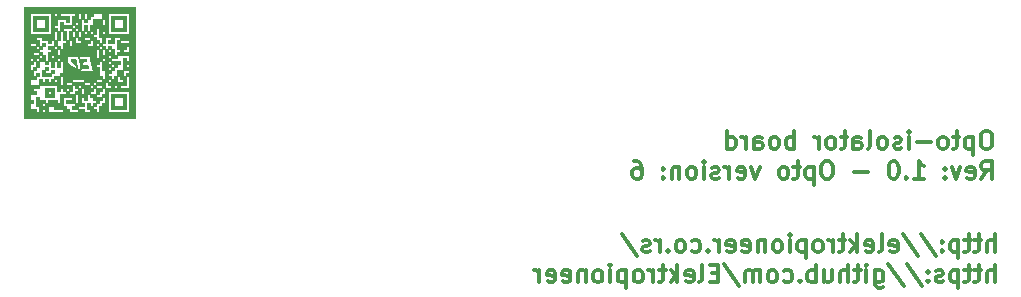
<source format=gbr>
G04 #@! TF.FileFunction,Legend,Bot*
%FSLAX46Y46*%
G04 Gerber Fmt 4.6, Leading zero omitted, Abs format (unit mm)*
G04 Created by KiCad (PCBNEW 4.0.6+dfsg1-1) date Wed Nov 29 19:26:48 2017*
%MOMM*%
%LPD*%
G01*
G04 APERTURE LIST*
%ADD10C,0.100000*%
%ADD11C,0.300000*%
%ADD12C,0.010000*%
G04 APERTURE END LIST*
D10*
D11*
X225842857Y-112803571D02*
X225842857Y-111303571D01*
X225200000Y-112803571D02*
X225200000Y-112017857D01*
X225271429Y-111875000D01*
X225414286Y-111803571D01*
X225628571Y-111803571D01*
X225771429Y-111875000D01*
X225842857Y-111946429D01*
X224700000Y-111803571D02*
X224128571Y-111803571D01*
X224485714Y-111303571D02*
X224485714Y-112589286D01*
X224414286Y-112732143D01*
X224271428Y-112803571D01*
X224128571Y-112803571D01*
X223842857Y-111803571D02*
X223271428Y-111803571D01*
X223628571Y-111303571D02*
X223628571Y-112589286D01*
X223557143Y-112732143D01*
X223414285Y-112803571D01*
X223271428Y-112803571D01*
X222771428Y-111803571D02*
X222771428Y-113303571D01*
X222771428Y-111875000D02*
X222628571Y-111803571D01*
X222342857Y-111803571D01*
X222200000Y-111875000D01*
X222128571Y-111946429D01*
X222057142Y-112089286D01*
X222057142Y-112517857D01*
X222128571Y-112660714D01*
X222200000Y-112732143D01*
X222342857Y-112803571D01*
X222628571Y-112803571D01*
X222771428Y-112732143D01*
X221414285Y-112660714D02*
X221342857Y-112732143D01*
X221414285Y-112803571D01*
X221485714Y-112732143D01*
X221414285Y-112660714D01*
X221414285Y-112803571D01*
X221414285Y-111875000D02*
X221342857Y-111946429D01*
X221414285Y-112017857D01*
X221485714Y-111946429D01*
X221414285Y-111875000D01*
X221414285Y-112017857D01*
X219628571Y-111232143D02*
X220914285Y-113160714D01*
X218057142Y-111232143D02*
X219342856Y-113160714D01*
X216985713Y-112732143D02*
X217128570Y-112803571D01*
X217414284Y-112803571D01*
X217557141Y-112732143D01*
X217628570Y-112589286D01*
X217628570Y-112017857D01*
X217557141Y-111875000D01*
X217414284Y-111803571D01*
X217128570Y-111803571D01*
X216985713Y-111875000D01*
X216914284Y-112017857D01*
X216914284Y-112160714D01*
X217628570Y-112303571D01*
X216057141Y-112803571D02*
X216199999Y-112732143D01*
X216271427Y-112589286D01*
X216271427Y-111303571D01*
X214914285Y-112732143D02*
X215057142Y-112803571D01*
X215342856Y-112803571D01*
X215485713Y-112732143D01*
X215557142Y-112589286D01*
X215557142Y-112017857D01*
X215485713Y-111875000D01*
X215342856Y-111803571D01*
X215057142Y-111803571D01*
X214914285Y-111875000D01*
X214842856Y-112017857D01*
X214842856Y-112160714D01*
X215557142Y-112303571D01*
X214199999Y-112803571D02*
X214199999Y-111303571D01*
X214057142Y-112232143D02*
X213628571Y-112803571D01*
X213628571Y-111803571D02*
X214199999Y-112375000D01*
X213199999Y-111803571D02*
X212628570Y-111803571D01*
X212985713Y-111303571D02*
X212985713Y-112589286D01*
X212914285Y-112732143D01*
X212771427Y-112803571D01*
X212628570Y-112803571D01*
X212128570Y-112803571D02*
X212128570Y-111803571D01*
X212128570Y-112089286D02*
X212057142Y-111946429D01*
X211985713Y-111875000D01*
X211842856Y-111803571D01*
X211699999Y-111803571D01*
X210985713Y-112803571D02*
X211128571Y-112732143D01*
X211199999Y-112660714D01*
X211271428Y-112517857D01*
X211271428Y-112089286D01*
X211199999Y-111946429D01*
X211128571Y-111875000D01*
X210985713Y-111803571D01*
X210771428Y-111803571D01*
X210628571Y-111875000D01*
X210557142Y-111946429D01*
X210485713Y-112089286D01*
X210485713Y-112517857D01*
X210557142Y-112660714D01*
X210628571Y-112732143D01*
X210771428Y-112803571D01*
X210985713Y-112803571D01*
X209842856Y-111803571D02*
X209842856Y-113303571D01*
X209842856Y-111875000D02*
X209699999Y-111803571D01*
X209414285Y-111803571D01*
X209271428Y-111875000D01*
X209199999Y-111946429D01*
X209128570Y-112089286D01*
X209128570Y-112517857D01*
X209199999Y-112660714D01*
X209271428Y-112732143D01*
X209414285Y-112803571D01*
X209699999Y-112803571D01*
X209842856Y-112732143D01*
X208485713Y-112803571D02*
X208485713Y-111803571D01*
X208485713Y-111303571D02*
X208557142Y-111375000D01*
X208485713Y-111446429D01*
X208414285Y-111375000D01*
X208485713Y-111303571D01*
X208485713Y-111446429D01*
X207557141Y-112803571D02*
X207699999Y-112732143D01*
X207771427Y-112660714D01*
X207842856Y-112517857D01*
X207842856Y-112089286D01*
X207771427Y-111946429D01*
X207699999Y-111875000D01*
X207557141Y-111803571D01*
X207342856Y-111803571D01*
X207199999Y-111875000D01*
X207128570Y-111946429D01*
X207057141Y-112089286D01*
X207057141Y-112517857D01*
X207128570Y-112660714D01*
X207199999Y-112732143D01*
X207342856Y-112803571D01*
X207557141Y-112803571D01*
X206414284Y-111803571D02*
X206414284Y-112803571D01*
X206414284Y-111946429D02*
X206342856Y-111875000D01*
X206199998Y-111803571D01*
X205985713Y-111803571D01*
X205842856Y-111875000D01*
X205771427Y-112017857D01*
X205771427Y-112803571D01*
X204485713Y-112732143D02*
X204628570Y-112803571D01*
X204914284Y-112803571D01*
X205057141Y-112732143D01*
X205128570Y-112589286D01*
X205128570Y-112017857D01*
X205057141Y-111875000D01*
X204914284Y-111803571D01*
X204628570Y-111803571D01*
X204485713Y-111875000D01*
X204414284Y-112017857D01*
X204414284Y-112160714D01*
X205128570Y-112303571D01*
X203199999Y-112732143D02*
X203342856Y-112803571D01*
X203628570Y-112803571D01*
X203771427Y-112732143D01*
X203842856Y-112589286D01*
X203842856Y-112017857D01*
X203771427Y-111875000D01*
X203628570Y-111803571D01*
X203342856Y-111803571D01*
X203199999Y-111875000D01*
X203128570Y-112017857D01*
X203128570Y-112160714D01*
X203842856Y-112303571D01*
X202485713Y-112803571D02*
X202485713Y-111803571D01*
X202485713Y-112089286D02*
X202414285Y-111946429D01*
X202342856Y-111875000D01*
X202199999Y-111803571D01*
X202057142Y-111803571D01*
X201557142Y-112660714D02*
X201485714Y-112732143D01*
X201557142Y-112803571D01*
X201628571Y-112732143D01*
X201557142Y-112660714D01*
X201557142Y-112803571D01*
X200199999Y-112732143D02*
X200342856Y-112803571D01*
X200628570Y-112803571D01*
X200771428Y-112732143D01*
X200842856Y-112660714D01*
X200914285Y-112517857D01*
X200914285Y-112089286D01*
X200842856Y-111946429D01*
X200771428Y-111875000D01*
X200628570Y-111803571D01*
X200342856Y-111803571D01*
X200199999Y-111875000D01*
X199342856Y-112803571D02*
X199485714Y-112732143D01*
X199557142Y-112660714D01*
X199628571Y-112517857D01*
X199628571Y-112089286D01*
X199557142Y-111946429D01*
X199485714Y-111875000D01*
X199342856Y-111803571D01*
X199128571Y-111803571D01*
X198985714Y-111875000D01*
X198914285Y-111946429D01*
X198842856Y-112089286D01*
X198842856Y-112517857D01*
X198914285Y-112660714D01*
X198985714Y-112732143D01*
X199128571Y-112803571D01*
X199342856Y-112803571D01*
X198199999Y-112660714D02*
X198128571Y-112732143D01*
X198199999Y-112803571D01*
X198271428Y-112732143D01*
X198199999Y-112660714D01*
X198199999Y-112803571D01*
X197485713Y-112803571D02*
X197485713Y-111803571D01*
X197485713Y-112089286D02*
X197414285Y-111946429D01*
X197342856Y-111875000D01*
X197199999Y-111803571D01*
X197057142Y-111803571D01*
X196628571Y-112732143D02*
X196485714Y-112803571D01*
X196199999Y-112803571D01*
X196057142Y-112732143D01*
X195985714Y-112589286D01*
X195985714Y-112517857D01*
X196057142Y-112375000D01*
X196199999Y-112303571D01*
X196414285Y-112303571D01*
X196557142Y-112232143D01*
X196628571Y-112089286D01*
X196628571Y-112017857D01*
X196557142Y-111875000D01*
X196414285Y-111803571D01*
X196199999Y-111803571D01*
X196057142Y-111875000D01*
X194271428Y-111232143D02*
X195557142Y-113160714D01*
X225842857Y-115353571D02*
X225842857Y-113853571D01*
X225200000Y-115353571D02*
X225200000Y-114567857D01*
X225271429Y-114425000D01*
X225414286Y-114353571D01*
X225628571Y-114353571D01*
X225771429Y-114425000D01*
X225842857Y-114496429D01*
X224700000Y-114353571D02*
X224128571Y-114353571D01*
X224485714Y-113853571D02*
X224485714Y-115139286D01*
X224414286Y-115282143D01*
X224271428Y-115353571D01*
X224128571Y-115353571D01*
X223842857Y-114353571D02*
X223271428Y-114353571D01*
X223628571Y-113853571D02*
X223628571Y-115139286D01*
X223557143Y-115282143D01*
X223414285Y-115353571D01*
X223271428Y-115353571D01*
X222771428Y-114353571D02*
X222771428Y-115853571D01*
X222771428Y-114425000D02*
X222628571Y-114353571D01*
X222342857Y-114353571D01*
X222200000Y-114425000D01*
X222128571Y-114496429D01*
X222057142Y-114639286D01*
X222057142Y-115067857D01*
X222128571Y-115210714D01*
X222200000Y-115282143D01*
X222342857Y-115353571D01*
X222628571Y-115353571D01*
X222771428Y-115282143D01*
X221485714Y-115282143D02*
X221342857Y-115353571D01*
X221057142Y-115353571D01*
X220914285Y-115282143D01*
X220842857Y-115139286D01*
X220842857Y-115067857D01*
X220914285Y-114925000D01*
X221057142Y-114853571D01*
X221271428Y-114853571D01*
X221414285Y-114782143D01*
X221485714Y-114639286D01*
X221485714Y-114567857D01*
X221414285Y-114425000D01*
X221271428Y-114353571D01*
X221057142Y-114353571D01*
X220914285Y-114425000D01*
X220199999Y-115210714D02*
X220128571Y-115282143D01*
X220199999Y-115353571D01*
X220271428Y-115282143D01*
X220199999Y-115210714D01*
X220199999Y-115353571D01*
X220199999Y-114425000D02*
X220128571Y-114496429D01*
X220199999Y-114567857D01*
X220271428Y-114496429D01*
X220199999Y-114425000D01*
X220199999Y-114567857D01*
X218414285Y-113782143D02*
X219699999Y-115710714D01*
X216842856Y-113782143D02*
X218128570Y-115710714D01*
X215699998Y-114353571D02*
X215699998Y-115567857D01*
X215771427Y-115710714D01*
X215842855Y-115782143D01*
X215985712Y-115853571D01*
X216199998Y-115853571D01*
X216342855Y-115782143D01*
X215699998Y-115282143D02*
X215842855Y-115353571D01*
X216128569Y-115353571D01*
X216271427Y-115282143D01*
X216342855Y-115210714D01*
X216414284Y-115067857D01*
X216414284Y-114639286D01*
X216342855Y-114496429D01*
X216271427Y-114425000D01*
X216128569Y-114353571D01*
X215842855Y-114353571D01*
X215699998Y-114425000D01*
X214985712Y-115353571D02*
X214985712Y-114353571D01*
X214985712Y-113853571D02*
X215057141Y-113925000D01*
X214985712Y-113996429D01*
X214914284Y-113925000D01*
X214985712Y-113853571D01*
X214985712Y-113996429D01*
X214485712Y-114353571D02*
X213914283Y-114353571D01*
X214271426Y-113853571D02*
X214271426Y-115139286D01*
X214199998Y-115282143D01*
X214057140Y-115353571D01*
X213914283Y-115353571D01*
X213414283Y-115353571D02*
X213414283Y-113853571D01*
X212771426Y-115353571D02*
X212771426Y-114567857D01*
X212842855Y-114425000D01*
X212985712Y-114353571D01*
X213199997Y-114353571D01*
X213342855Y-114425000D01*
X213414283Y-114496429D01*
X211414283Y-114353571D02*
X211414283Y-115353571D01*
X212057140Y-114353571D02*
X212057140Y-115139286D01*
X211985712Y-115282143D01*
X211842854Y-115353571D01*
X211628569Y-115353571D01*
X211485712Y-115282143D01*
X211414283Y-115210714D01*
X210699997Y-115353571D02*
X210699997Y-113853571D01*
X210699997Y-114425000D02*
X210557140Y-114353571D01*
X210271426Y-114353571D01*
X210128569Y-114425000D01*
X210057140Y-114496429D01*
X209985711Y-114639286D01*
X209985711Y-115067857D01*
X210057140Y-115210714D01*
X210128569Y-115282143D01*
X210271426Y-115353571D01*
X210557140Y-115353571D01*
X210699997Y-115282143D01*
X209342854Y-115210714D02*
X209271426Y-115282143D01*
X209342854Y-115353571D01*
X209414283Y-115282143D01*
X209342854Y-115210714D01*
X209342854Y-115353571D01*
X207985711Y-115282143D02*
X208128568Y-115353571D01*
X208414282Y-115353571D01*
X208557140Y-115282143D01*
X208628568Y-115210714D01*
X208699997Y-115067857D01*
X208699997Y-114639286D01*
X208628568Y-114496429D01*
X208557140Y-114425000D01*
X208414282Y-114353571D01*
X208128568Y-114353571D01*
X207985711Y-114425000D01*
X207128568Y-115353571D02*
X207271426Y-115282143D01*
X207342854Y-115210714D01*
X207414283Y-115067857D01*
X207414283Y-114639286D01*
X207342854Y-114496429D01*
X207271426Y-114425000D01*
X207128568Y-114353571D01*
X206914283Y-114353571D01*
X206771426Y-114425000D01*
X206699997Y-114496429D01*
X206628568Y-114639286D01*
X206628568Y-115067857D01*
X206699997Y-115210714D01*
X206771426Y-115282143D01*
X206914283Y-115353571D01*
X207128568Y-115353571D01*
X205985711Y-115353571D02*
X205985711Y-114353571D01*
X205985711Y-114496429D02*
X205914283Y-114425000D01*
X205771425Y-114353571D01*
X205557140Y-114353571D01*
X205414283Y-114425000D01*
X205342854Y-114567857D01*
X205342854Y-115353571D01*
X205342854Y-114567857D02*
X205271425Y-114425000D01*
X205128568Y-114353571D01*
X204914283Y-114353571D01*
X204771425Y-114425000D01*
X204699997Y-114567857D01*
X204699997Y-115353571D01*
X202914283Y-113782143D02*
X204199997Y-115710714D01*
X202414282Y-114567857D02*
X201914282Y-114567857D01*
X201699996Y-115353571D02*
X202414282Y-115353571D01*
X202414282Y-113853571D01*
X201699996Y-113853571D01*
X200842853Y-115353571D02*
X200985711Y-115282143D01*
X201057139Y-115139286D01*
X201057139Y-113853571D01*
X199699997Y-115282143D02*
X199842854Y-115353571D01*
X200128568Y-115353571D01*
X200271425Y-115282143D01*
X200342854Y-115139286D01*
X200342854Y-114567857D01*
X200271425Y-114425000D01*
X200128568Y-114353571D01*
X199842854Y-114353571D01*
X199699997Y-114425000D01*
X199628568Y-114567857D01*
X199628568Y-114710714D01*
X200342854Y-114853571D01*
X198985711Y-115353571D02*
X198985711Y-113853571D01*
X198842854Y-114782143D02*
X198414283Y-115353571D01*
X198414283Y-114353571D02*
X198985711Y-114925000D01*
X197985711Y-114353571D02*
X197414282Y-114353571D01*
X197771425Y-113853571D02*
X197771425Y-115139286D01*
X197699997Y-115282143D01*
X197557139Y-115353571D01*
X197414282Y-115353571D01*
X196914282Y-115353571D02*
X196914282Y-114353571D01*
X196914282Y-114639286D02*
X196842854Y-114496429D01*
X196771425Y-114425000D01*
X196628568Y-114353571D01*
X196485711Y-114353571D01*
X195771425Y-115353571D02*
X195914283Y-115282143D01*
X195985711Y-115210714D01*
X196057140Y-115067857D01*
X196057140Y-114639286D01*
X195985711Y-114496429D01*
X195914283Y-114425000D01*
X195771425Y-114353571D01*
X195557140Y-114353571D01*
X195414283Y-114425000D01*
X195342854Y-114496429D01*
X195271425Y-114639286D01*
X195271425Y-115067857D01*
X195342854Y-115210714D01*
X195414283Y-115282143D01*
X195557140Y-115353571D01*
X195771425Y-115353571D01*
X194628568Y-114353571D02*
X194628568Y-115853571D01*
X194628568Y-114425000D02*
X194485711Y-114353571D01*
X194199997Y-114353571D01*
X194057140Y-114425000D01*
X193985711Y-114496429D01*
X193914282Y-114639286D01*
X193914282Y-115067857D01*
X193985711Y-115210714D01*
X194057140Y-115282143D01*
X194199997Y-115353571D01*
X194485711Y-115353571D01*
X194628568Y-115282143D01*
X193271425Y-115353571D02*
X193271425Y-114353571D01*
X193271425Y-113853571D02*
X193342854Y-113925000D01*
X193271425Y-113996429D01*
X193199997Y-113925000D01*
X193271425Y-113853571D01*
X193271425Y-113996429D01*
X192342853Y-115353571D02*
X192485711Y-115282143D01*
X192557139Y-115210714D01*
X192628568Y-115067857D01*
X192628568Y-114639286D01*
X192557139Y-114496429D01*
X192485711Y-114425000D01*
X192342853Y-114353571D01*
X192128568Y-114353571D01*
X191985711Y-114425000D01*
X191914282Y-114496429D01*
X191842853Y-114639286D01*
X191842853Y-115067857D01*
X191914282Y-115210714D01*
X191985711Y-115282143D01*
X192128568Y-115353571D01*
X192342853Y-115353571D01*
X191199996Y-114353571D02*
X191199996Y-115353571D01*
X191199996Y-114496429D02*
X191128568Y-114425000D01*
X190985710Y-114353571D01*
X190771425Y-114353571D01*
X190628568Y-114425000D01*
X190557139Y-114567857D01*
X190557139Y-115353571D01*
X189271425Y-115282143D02*
X189414282Y-115353571D01*
X189699996Y-115353571D01*
X189842853Y-115282143D01*
X189914282Y-115139286D01*
X189914282Y-114567857D01*
X189842853Y-114425000D01*
X189699996Y-114353571D01*
X189414282Y-114353571D01*
X189271425Y-114425000D01*
X189199996Y-114567857D01*
X189199996Y-114710714D01*
X189914282Y-114853571D01*
X187985711Y-115282143D02*
X188128568Y-115353571D01*
X188414282Y-115353571D01*
X188557139Y-115282143D01*
X188628568Y-115139286D01*
X188628568Y-114567857D01*
X188557139Y-114425000D01*
X188414282Y-114353571D01*
X188128568Y-114353571D01*
X187985711Y-114425000D01*
X187914282Y-114567857D01*
X187914282Y-114710714D01*
X188628568Y-114853571D01*
X187271425Y-115353571D02*
X187271425Y-114353571D01*
X187271425Y-114639286D02*
X187199997Y-114496429D01*
X187128568Y-114425000D01*
X186985711Y-114353571D01*
X186842854Y-114353571D01*
X225290143Y-102551571D02*
X225004429Y-102551571D01*
X224861571Y-102623000D01*
X224718714Y-102765857D01*
X224647286Y-103051571D01*
X224647286Y-103551571D01*
X224718714Y-103837286D01*
X224861571Y-103980143D01*
X225004429Y-104051571D01*
X225290143Y-104051571D01*
X225433000Y-103980143D01*
X225575857Y-103837286D01*
X225647286Y-103551571D01*
X225647286Y-103051571D01*
X225575857Y-102765857D01*
X225433000Y-102623000D01*
X225290143Y-102551571D01*
X224004428Y-103051571D02*
X224004428Y-104551571D01*
X224004428Y-103123000D02*
X223861571Y-103051571D01*
X223575857Y-103051571D01*
X223433000Y-103123000D01*
X223361571Y-103194429D01*
X223290142Y-103337286D01*
X223290142Y-103765857D01*
X223361571Y-103908714D01*
X223433000Y-103980143D01*
X223575857Y-104051571D01*
X223861571Y-104051571D01*
X224004428Y-103980143D01*
X222861571Y-103051571D02*
X222290142Y-103051571D01*
X222647285Y-102551571D02*
X222647285Y-103837286D01*
X222575857Y-103980143D01*
X222432999Y-104051571D01*
X222290142Y-104051571D01*
X221575856Y-104051571D02*
X221718714Y-103980143D01*
X221790142Y-103908714D01*
X221861571Y-103765857D01*
X221861571Y-103337286D01*
X221790142Y-103194429D01*
X221718714Y-103123000D01*
X221575856Y-103051571D01*
X221361571Y-103051571D01*
X221218714Y-103123000D01*
X221147285Y-103194429D01*
X221075856Y-103337286D01*
X221075856Y-103765857D01*
X221147285Y-103908714D01*
X221218714Y-103980143D01*
X221361571Y-104051571D01*
X221575856Y-104051571D01*
X220432999Y-103480143D02*
X219290142Y-103480143D01*
X218575856Y-104051571D02*
X218575856Y-103051571D01*
X218575856Y-102551571D02*
X218647285Y-102623000D01*
X218575856Y-102694429D01*
X218504428Y-102623000D01*
X218575856Y-102551571D01*
X218575856Y-102694429D01*
X217932999Y-103980143D02*
X217790142Y-104051571D01*
X217504427Y-104051571D01*
X217361570Y-103980143D01*
X217290142Y-103837286D01*
X217290142Y-103765857D01*
X217361570Y-103623000D01*
X217504427Y-103551571D01*
X217718713Y-103551571D01*
X217861570Y-103480143D01*
X217932999Y-103337286D01*
X217932999Y-103265857D01*
X217861570Y-103123000D01*
X217718713Y-103051571D01*
X217504427Y-103051571D01*
X217361570Y-103123000D01*
X216432998Y-104051571D02*
X216575856Y-103980143D01*
X216647284Y-103908714D01*
X216718713Y-103765857D01*
X216718713Y-103337286D01*
X216647284Y-103194429D01*
X216575856Y-103123000D01*
X216432998Y-103051571D01*
X216218713Y-103051571D01*
X216075856Y-103123000D01*
X216004427Y-103194429D01*
X215932998Y-103337286D01*
X215932998Y-103765857D01*
X216004427Y-103908714D01*
X216075856Y-103980143D01*
X216218713Y-104051571D01*
X216432998Y-104051571D01*
X215075855Y-104051571D02*
X215218713Y-103980143D01*
X215290141Y-103837286D01*
X215290141Y-102551571D01*
X213861570Y-104051571D02*
X213861570Y-103265857D01*
X213932999Y-103123000D01*
X214075856Y-103051571D01*
X214361570Y-103051571D01*
X214504427Y-103123000D01*
X213861570Y-103980143D02*
X214004427Y-104051571D01*
X214361570Y-104051571D01*
X214504427Y-103980143D01*
X214575856Y-103837286D01*
X214575856Y-103694429D01*
X214504427Y-103551571D01*
X214361570Y-103480143D01*
X214004427Y-103480143D01*
X213861570Y-103408714D01*
X213361570Y-103051571D02*
X212790141Y-103051571D01*
X213147284Y-102551571D02*
X213147284Y-103837286D01*
X213075856Y-103980143D01*
X212932998Y-104051571D01*
X212790141Y-104051571D01*
X212075855Y-104051571D02*
X212218713Y-103980143D01*
X212290141Y-103908714D01*
X212361570Y-103765857D01*
X212361570Y-103337286D01*
X212290141Y-103194429D01*
X212218713Y-103123000D01*
X212075855Y-103051571D01*
X211861570Y-103051571D01*
X211718713Y-103123000D01*
X211647284Y-103194429D01*
X211575855Y-103337286D01*
X211575855Y-103765857D01*
X211647284Y-103908714D01*
X211718713Y-103980143D01*
X211861570Y-104051571D01*
X212075855Y-104051571D01*
X210932998Y-104051571D02*
X210932998Y-103051571D01*
X210932998Y-103337286D02*
X210861570Y-103194429D01*
X210790141Y-103123000D01*
X210647284Y-103051571D01*
X210504427Y-103051571D01*
X208861570Y-104051571D02*
X208861570Y-102551571D01*
X208861570Y-103123000D02*
X208718713Y-103051571D01*
X208432999Y-103051571D01*
X208290142Y-103123000D01*
X208218713Y-103194429D01*
X208147284Y-103337286D01*
X208147284Y-103765857D01*
X208218713Y-103908714D01*
X208290142Y-103980143D01*
X208432999Y-104051571D01*
X208718713Y-104051571D01*
X208861570Y-103980143D01*
X207290141Y-104051571D02*
X207432999Y-103980143D01*
X207504427Y-103908714D01*
X207575856Y-103765857D01*
X207575856Y-103337286D01*
X207504427Y-103194429D01*
X207432999Y-103123000D01*
X207290141Y-103051571D01*
X207075856Y-103051571D01*
X206932999Y-103123000D01*
X206861570Y-103194429D01*
X206790141Y-103337286D01*
X206790141Y-103765857D01*
X206861570Y-103908714D01*
X206932999Y-103980143D01*
X207075856Y-104051571D01*
X207290141Y-104051571D01*
X205504427Y-104051571D02*
X205504427Y-103265857D01*
X205575856Y-103123000D01*
X205718713Y-103051571D01*
X206004427Y-103051571D01*
X206147284Y-103123000D01*
X205504427Y-103980143D02*
X205647284Y-104051571D01*
X206004427Y-104051571D01*
X206147284Y-103980143D01*
X206218713Y-103837286D01*
X206218713Y-103694429D01*
X206147284Y-103551571D01*
X206004427Y-103480143D01*
X205647284Y-103480143D01*
X205504427Y-103408714D01*
X204790141Y-104051571D02*
X204790141Y-103051571D01*
X204790141Y-103337286D02*
X204718713Y-103194429D01*
X204647284Y-103123000D01*
X204504427Y-103051571D01*
X204361570Y-103051571D01*
X203218713Y-104051571D02*
X203218713Y-102551571D01*
X203218713Y-103980143D02*
X203361570Y-104051571D01*
X203647284Y-104051571D01*
X203790142Y-103980143D01*
X203861570Y-103908714D01*
X203932999Y-103765857D01*
X203932999Y-103337286D01*
X203861570Y-103194429D01*
X203790142Y-103123000D01*
X203647284Y-103051571D01*
X203361570Y-103051571D01*
X203218713Y-103123000D01*
X224718714Y-106601571D02*
X225218714Y-105887286D01*
X225575857Y-106601571D02*
X225575857Y-105101571D01*
X225004429Y-105101571D01*
X224861571Y-105173000D01*
X224790143Y-105244429D01*
X224718714Y-105387286D01*
X224718714Y-105601571D01*
X224790143Y-105744429D01*
X224861571Y-105815857D01*
X225004429Y-105887286D01*
X225575857Y-105887286D01*
X223504429Y-106530143D02*
X223647286Y-106601571D01*
X223933000Y-106601571D01*
X224075857Y-106530143D01*
X224147286Y-106387286D01*
X224147286Y-105815857D01*
X224075857Y-105673000D01*
X223933000Y-105601571D01*
X223647286Y-105601571D01*
X223504429Y-105673000D01*
X223433000Y-105815857D01*
X223433000Y-105958714D01*
X224147286Y-106101571D01*
X222933000Y-105601571D02*
X222575857Y-106601571D01*
X222218715Y-105601571D01*
X221647286Y-106458714D02*
X221575858Y-106530143D01*
X221647286Y-106601571D01*
X221718715Y-106530143D01*
X221647286Y-106458714D01*
X221647286Y-106601571D01*
X221647286Y-105673000D02*
X221575858Y-105744429D01*
X221647286Y-105815857D01*
X221718715Y-105744429D01*
X221647286Y-105673000D01*
X221647286Y-105815857D01*
X219004429Y-106601571D02*
X219861572Y-106601571D01*
X219433000Y-106601571D02*
X219433000Y-105101571D01*
X219575857Y-105315857D01*
X219718715Y-105458714D01*
X219861572Y-105530143D01*
X218361572Y-106458714D02*
X218290144Y-106530143D01*
X218361572Y-106601571D01*
X218433001Y-106530143D01*
X218361572Y-106458714D01*
X218361572Y-106601571D01*
X217361572Y-105101571D02*
X217218715Y-105101571D01*
X217075858Y-105173000D01*
X217004429Y-105244429D01*
X216933000Y-105387286D01*
X216861572Y-105673000D01*
X216861572Y-106030143D01*
X216933000Y-106315857D01*
X217004429Y-106458714D01*
X217075858Y-106530143D01*
X217218715Y-106601571D01*
X217361572Y-106601571D01*
X217504429Y-106530143D01*
X217575858Y-106458714D01*
X217647286Y-106315857D01*
X217718715Y-106030143D01*
X217718715Y-105673000D01*
X217647286Y-105387286D01*
X217575858Y-105244429D01*
X217504429Y-105173000D01*
X217361572Y-105101571D01*
X215075858Y-106030143D02*
X213933001Y-106030143D01*
X211790144Y-105101571D02*
X211504430Y-105101571D01*
X211361572Y-105173000D01*
X211218715Y-105315857D01*
X211147287Y-105601571D01*
X211147287Y-106101571D01*
X211218715Y-106387286D01*
X211361572Y-106530143D01*
X211504430Y-106601571D01*
X211790144Y-106601571D01*
X211933001Y-106530143D01*
X212075858Y-106387286D01*
X212147287Y-106101571D01*
X212147287Y-105601571D01*
X212075858Y-105315857D01*
X211933001Y-105173000D01*
X211790144Y-105101571D01*
X210504429Y-105601571D02*
X210504429Y-107101571D01*
X210504429Y-105673000D02*
X210361572Y-105601571D01*
X210075858Y-105601571D01*
X209933001Y-105673000D01*
X209861572Y-105744429D01*
X209790143Y-105887286D01*
X209790143Y-106315857D01*
X209861572Y-106458714D01*
X209933001Y-106530143D01*
X210075858Y-106601571D01*
X210361572Y-106601571D01*
X210504429Y-106530143D01*
X209361572Y-105601571D02*
X208790143Y-105601571D01*
X209147286Y-105101571D02*
X209147286Y-106387286D01*
X209075858Y-106530143D01*
X208933000Y-106601571D01*
X208790143Y-106601571D01*
X208075857Y-106601571D02*
X208218715Y-106530143D01*
X208290143Y-106458714D01*
X208361572Y-106315857D01*
X208361572Y-105887286D01*
X208290143Y-105744429D01*
X208218715Y-105673000D01*
X208075857Y-105601571D01*
X207861572Y-105601571D01*
X207718715Y-105673000D01*
X207647286Y-105744429D01*
X207575857Y-105887286D01*
X207575857Y-106315857D01*
X207647286Y-106458714D01*
X207718715Y-106530143D01*
X207861572Y-106601571D01*
X208075857Y-106601571D01*
X205933000Y-105601571D02*
X205575857Y-106601571D01*
X205218715Y-105601571D01*
X204075858Y-106530143D02*
X204218715Y-106601571D01*
X204504429Y-106601571D01*
X204647286Y-106530143D01*
X204718715Y-106387286D01*
X204718715Y-105815857D01*
X204647286Y-105673000D01*
X204504429Y-105601571D01*
X204218715Y-105601571D01*
X204075858Y-105673000D01*
X204004429Y-105815857D01*
X204004429Y-105958714D01*
X204718715Y-106101571D01*
X203361572Y-106601571D02*
X203361572Y-105601571D01*
X203361572Y-105887286D02*
X203290144Y-105744429D01*
X203218715Y-105673000D01*
X203075858Y-105601571D01*
X202933001Y-105601571D01*
X202504430Y-106530143D02*
X202361573Y-106601571D01*
X202075858Y-106601571D01*
X201933001Y-106530143D01*
X201861573Y-106387286D01*
X201861573Y-106315857D01*
X201933001Y-106173000D01*
X202075858Y-106101571D01*
X202290144Y-106101571D01*
X202433001Y-106030143D01*
X202504430Y-105887286D01*
X202504430Y-105815857D01*
X202433001Y-105673000D01*
X202290144Y-105601571D01*
X202075858Y-105601571D01*
X201933001Y-105673000D01*
X201218715Y-106601571D02*
X201218715Y-105601571D01*
X201218715Y-105101571D02*
X201290144Y-105173000D01*
X201218715Y-105244429D01*
X201147287Y-105173000D01*
X201218715Y-105101571D01*
X201218715Y-105244429D01*
X200290143Y-106601571D02*
X200433001Y-106530143D01*
X200504429Y-106458714D01*
X200575858Y-106315857D01*
X200575858Y-105887286D01*
X200504429Y-105744429D01*
X200433001Y-105673000D01*
X200290143Y-105601571D01*
X200075858Y-105601571D01*
X199933001Y-105673000D01*
X199861572Y-105744429D01*
X199790143Y-105887286D01*
X199790143Y-106315857D01*
X199861572Y-106458714D01*
X199933001Y-106530143D01*
X200075858Y-106601571D01*
X200290143Y-106601571D01*
X199147286Y-105601571D02*
X199147286Y-106601571D01*
X199147286Y-105744429D02*
X199075858Y-105673000D01*
X198933000Y-105601571D01*
X198718715Y-105601571D01*
X198575858Y-105673000D01*
X198504429Y-105815857D01*
X198504429Y-106601571D01*
X197790143Y-106458714D02*
X197718715Y-106530143D01*
X197790143Y-106601571D01*
X197861572Y-106530143D01*
X197790143Y-106458714D01*
X197790143Y-106601571D01*
X197790143Y-105673000D02*
X197718715Y-105744429D01*
X197790143Y-105815857D01*
X197861572Y-105744429D01*
X197790143Y-105673000D01*
X197790143Y-105815857D01*
X195290143Y-105101571D02*
X195575857Y-105101571D01*
X195718714Y-105173000D01*
X195790143Y-105244429D01*
X195933000Y-105458714D01*
X196004429Y-105744429D01*
X196004429Y-106315857D01*
X195933000Y-106458714D01*
X195861572Y-106530143D01*
X195718714Y-106601571D01*
X195433000Y-106601571D01*
X195290143Y-106530143D01*
X195218714Y-106458714D01*
X195147286Y-106315857D01*
X195147286Y-105958714D01*
X195218714Y-105815857D01*
X195290143Y-105744429D01*
X195433000Y-105673000D01*
X195718714Y-105673000D01*
X195861572Y-105744429D01*
X195933000Y-105815857D01*
X196004429Y-105958714D01*
D12*
G36*
X143687800Y-101447600D02*
X153085800Y-101447600D01*
X153085800Y-99161600D01*
X152577800Y-99161600D01*
X152577800Y-100939600D01*
X150799800Y-100939600D01*
X150799800Y-99161600D01*
X152577800Y-99161600D01*
X153085800Y-99161600D01*
X153085800Y-97891600D01*
X152577800Y-97891600D01*
X152577800Y-98907600D01*
X151815800Y-98907600D01*
X151815800Y-98653600D01*
X151561800Y-98653600D01*
X151561800Y-98907600D01*
X151307800Y-98907600D01*
X151307800Y-98653600D01*
X151561800Y-98653600D01*
X151815800Y-98653600D01*
X152323800Y-98653600D01*
X152323800Y-98145600D01*
X152069800Y-98145600D01*
X152069800Y-98399600D01*
X151561800Y-98399600D01*
X151561800Y-97891600D01*
X151815800Y-97891600D01*
X151815800Y-98145600D01*
X152069800Y-98145600D01*
X152323800Y-98145600D01*
X152323800Y-97891600D01*
X152577800Y-97891600D01*
X153085800Y-97891600D01*
X153085800Y-97383600D01*
X152577800Y-97383600D01*
X152577800Y-97637600D01*
X152323800Y-97637600D01*
X152323800Y-97891600D01*
X152069800Y-97891600D01*
X152069800Y-97383600D01*
X152577800Y-97383600D01*
X153085800Y-97383600D01*
X153085800Y-96875600D01*
X152577800Y-96875600D01*
X152577800Y-97129600D01*
X152323800Y-97129600D01*
X152323800Y-96875600D01*
X152577800Y-96875600D01*
X153085800Y-96875600D01*
X153085800Y-96113600D01*
X152577800Y-96113600D01*
X152577800Y-96621600D01*
X152323800Y-96621600D01*
X152323800Y-96367600D01*
X152069800Y-96367600D01*
X152069800Y-97383600D01*
X151561800Y-97383600D01*
X151561800Y-97891600D01*
X151307800Y-97891600D01*
X151307800Y-98145600D01*
X151053800Y-98145600D01*
X151053800Y-98399600D01*
X150799800Y-98399600D01*
X150799800Y-98653600D01*
X151053800Y-98653600D01*
X151053800Y-98907600D01*
X150545800Y-98907600D01*
X150545800Y-99415600D01*
X150291800Y-99415600D01*
X150291800Y-99669600D01*
X150545800Y-99669600D01*
X150545800Y-100177600D01*
X150291800Y-100177600D01*
X150291800Y-100431600D01*
X150037800Y-100431600D01*
X150037800Y-100939600D01*
X149783800Y-100939600D01*
X149783800Y-100685600D01*
X149529800Y-100685600D01*
X149529800Y-100431600D01*
X149275800Y-100431600D01*
X149275800Y-100177600D01*
X149021800Y-100177600D01*
X149021800Y-100685600D01*
X149275800Y-100685600D01*
X149275800Y-100939600D01*
X148767800Y-100939600D01*
X148767800Y-100685600D01*
X148259800Y-100685600D01*
X148259800Y-100939600D01*
X147497800Y-100939600D01*
X147497800Y-100685600D01*
X147243800Y-100685600D01*
X146989800Y-100685600D01*
X146989800Y-100939600D01*
X145719800Y-100939600D01*
X145719800Y-100685600D01*
X145465800Y-100685600D01*
X145465800Y-100939600D01*
X145211800Y-100939600D01*
X145211800Y-100685600D01*
X145465800Y-100685600D01*
X145719800Y-100685600D01*
X145719800Y-100431600D01*
X146227800Y-100431600D01*
X146227800Y-100685600D01*
X146989800Y-100685600D01*
X147243800Y-100685600D01*
X147243800Y-100431600D01*
X146989800Y-100431600D01*
X146989800Y-99669600D01*
X147751800Y-99669600D01*
X147751800Y-99923600D01*
X147243800Y-99923600D01*
X147243800Y-100177600D01*
X148005800Y-100177600D01*
X148005800Y-99415600D01*
X147497800Y-99415600D01*
X147497800Y-99161600D01*
X147243800Y-99161600D01*
X147243800Y-99415600D01*
X146735800Y-99415600D01*
X146735800Y-100177600D01*
X146481800Y-100177600D01*
X146481800Y-99923600D01*
X145719800Y-99923600D01*
X145719800Y-100177600D01*
X145465800Y-100177600D01*
X145465800Y-100431600D01*
X145211800Y-100431600D01*
X145211800Y-100177600D01*
X145465800Y-100177600D01*
X145465800Y-99923600D01*
X144957800Y-99923600D01*
X144957800Y-99669600D01*
X144703800Y-99669600D01*
X144703800Y-100431600D01*
X144957800Y-100431600D01*
X144957800Y-100939600D01*
X144703800Y-100939600D01*
X144703800Y-100685600D01*
X144195800Y-100685600D01*
X144195800Y-100177600D01*
X144449800Y-100177600D01*
X144449800Y-99923600D01*
X144195800Y-99923600D01*
X144195800Y-99415600D01*
X144703800Y-99415600D01*
X144703800Y-99161600D01*
X144449800Y-99161600D01*
X144449800Y-98907600D01*
X144957800Y-98907600D01*
X144957800Y-98653600D01*
X144195800Y-98653600D01*
X144195800Y-98145600D01*
X144703800Y-98145600D01*
X144703800Y-97891600D01*
X144449800Y-97891600D01*
X144449800Y-97383600D01*
X144195800Y-97383600D01*
X144195800Y-96875600D01*
X144449800Y-96875600D01*
X144449800Y-96621600D01*
X144703800Y-96621600D01*
X144703800Y-96367600D01*
X144449800Y-96367600D01*
X144449800Y-96621600D01*
X144195800Y-96621600D01*
X144195800Y-96367600D01*
X144449800Y-96367600D01*
X144703800Y-96367600D01*
X144957800Y-96367600D01*
X144957800Y-96113600D01*
X144449800Y-96113600D01*
X144449800Y-95859600D01*
X144957800Y-95859600D01*
X144957800Y-95605600D01*
X144703800Y-95605600D01*
X144703800Y-95351600D01*
X144957800Y-95351600D01*
X144957800Y-95097600D01*
X144703800Y-95097600D01*
X144703800Y-95351600D01*
X144195800Y-95351600D01*
X144195800Y-95097600D01*
X144703800Y-95097600D01*
X144957800Y-95097600D01*
X144957800Y-94843600D01*
X144703800Y-94843600D01*
X144703800Y-94589600D01*
X145211800Y-94589600D01*
X145211800Y-94843600D01*
X145719800Y-94843600D01*
X145719800Y-95097600D01*
X145973800Y-95097600D01*
X145973800Y-94843600D01*
X146227800Y-94843600D01*
X146227800Y-94081600D01*
X146481800Y-94081600D01*
X146481800Y-93827600D01*
X146227800Y-93827600D01*
X146227800Y-93573600D01*
X146481800Y-93573600D01*
X146481800Y-93065600D01*
X147243800Y-93065600D01*
X147243800Y-93319600D01*
X147497800Y-93319600D01*
X147497800Y-92811600D01*
X146735800Y-92811600D01*
X146735800Y-92557600D01*
X146481800Y-92557600D01*
X146481800Y-92811600D01*
X146227800Y-92811600D01*
X146227800Y-92557600D01*
X145973800Y-92557600D01*
X145973800Y-94335600D01*
X144195800Y-94335600D01*
X144195800Y-92557600D01*
X145973800Y-92557600D01*
X146227800Y-92557600D01*
X146481800Y-92557600D01*
X146735800Y-92557600D01*
X148005800Y-92557600D01*
X148005800Y-92811600D01*
X147751800Y-92811600D01*
X147751800Y-93573600D01*
X148005800Y-93573600D01*
X148005800Y-93827600D01*
X148259800Y-93827600D01*
X148259800Y-94081600D01*
X148513800Y-94081600D01*
X148513800Y-93319600D01*
X148259800Y-93319600D01*
X148259800Y-93573600D01*
X148005800Y-93573600D01*
X148005800Y-93319600D01*
X148259800Y-93319600D01*
X148513800Y-93319600D01*
X148513800Y-93065600D01*
X148767800Y-93065600D01*
X148767800Y-92557600D01*
X148513800Y-92557600D01*
X148513800Y-93065600D01*
X148259800Y-93065600D01*
X148259800Y-92557600D01*
X148513800Y-92557600D01*
X148767800Y-92557600D01*
X149021800Y-92557600D01*
X149021800Y-93065600D01*
X149275800Y-93065600D01*
X149275800Y-92811600D01*
X149529800Y-92811600D01*
X149529800Y-92557600D01*
X150291800Y-92557600D01*
X150291800Y-93065600D01*
X149529800Y-93065600D01*
X149529800Y-93573600D01*
X149275800Y-93573600D01*
X149275800Y-94081600D01*
X149529800Y-94081600D01*
X149529800Y-94335600D01*
X149783800Y-94335600D01*
X149783800Y-93827600D01*
X150037800Y-93827600D01*
X150037800Y-94589600D01*
X150291800Y-94589600D01*
X150291800Y-95097600D01*
X150545800Y-95097600D01*
X150545800Y-94589600D01*
X151053800Y-94589600D01*
X151053800Y-94843600D01*
X150799800Y-94843600D01*
X150799800Y-95097600D01*
X151307800Y-95097600D01*
X151307800Y-94589600D01*
X151815800Y-94589600D01*
X151815800Y-94843600D01*
X151561800Y-94843600D01*
X151561800Y-95605600D01*
X151815800Y-95605600D01*
X151815800Y-95859600D01*
X151561800Y-95859600D01*
X151561800Y-96113600D01*
X152577800Y-96113600D01*
X153085800Y-96113600D01*
X153085800Y-95351600D01*
X152577800Y-95351600D01*
X152577800Y-95859600D01*
X152069800Y-95859600D01*
X152069800Y-95605600D01*
X152323800Y-95605600D01*
X152323800Y-95351600D01*
X152577800Y-95351600D01*
X153085800Y-95351600D01*
X153085800Y-94843600D01*
X152577800Y-94843600D01*
X152577800Y-95097600D01*
X151815800Y-95097600D01*
X151815800Y-94843600D01*
X152577800Y-94843600D01*
X153085800Y-94843600D01*
X153085800Y-92557600D01*
X152577800Y-92557600D01*
X152577800Y-94335600D01*
X150799800Y-94335600D01*
X150799800Y-94081600D01*
X150545800Y-94081600D01*
X150545800Y-94335600D01*
X150291800Y-94335600D01*
X150291800Y-94081600D01*
X150545800Y-94081600D01*
X150799800Y-94081600D01*
X150799800Y-93065600D01*
X150545800Y-93065600D01*
X150545800Y-93573600D01*
X150291800Y-93573600D01*
X150291800Y-93065600D01*
X150545800Y-93065600D01*
X150799800Y-93065600D01*
X150799800Y-92557600D01*
X152577800Y-92557600D01*
X153085800Y-92557600D01*
X153085800Y-92049600D01*
X143687800Y-92049600D01*
X143687800Y-101447600D01*
X143687800Y-101447600D01*
G37*
X143687800Y-101447600D02*
X153085800Y-101447600D01*
X153085800Y-99161600D01*
X152577800Y-99161600D01*
X152577800Y-100939600D01*
X150799800Y-100939600D01*
X150799800Y-99161600D01*
X152577800Y-99161600D01*
X153085800Y-99161600D01*
X153085800Y-97891600D01*
X152577800Y-97891600D01*
X152577800Y-98907600D01*
X151815800Y-98907600D01*
X151815800Y-98653600D01*
X151561800Y-98653600D01*
X151561800Y-98907600D01*
X151307800Y-98907600D01*
X151307800Y-98653600D01*
X151561800Y-98653600D01*
X151815800Y-98653600D01*
X152323800Y-98653600D01*
X152323800Y-98145600D01*
X152069800Y-98145600D01*
X152069800Y-98399600D01*
X151561800Y-98399600D01*
X151561800Y-97891600D01*
X151815800Y-97891600D01*
X151815800Y-98145600D01*
X152069800Y-98145600D01*
X152323800Y-98145600D01*
X152323800Y-97891600D01*
X152577800Y-97891600D01*
X153085800Y-97891600D01*
X153085800Y-97383600D01*
X152577800Y-97383600D01*
X152577800Y-97637600D01*
X152323800Y-97637600D01*
X152323800Y-97891600D01*
X152069800Y-97891600D01*
X152069800Y-97383600D01*
X152577800Y-97383600D01*
X153085800Y-97383600D01*
X153085800Y-96875600D01*
X152577800Y-96875600D01*
X152577800Y-97129600D01*
X152323800Y-97129600D01*
X152323800Y-96875600D01*
X152577800Y-96875600D01*
X153085800Y-96875600D01*
X153085800Y-96113600D01*
X152577800Y-96113600D01*
X152577800Y-96621600D01*
X152323800Y-96621600D01*
X152323800Y-96367600D01*
X152069800Y-96367600D01*
X152069800Y-97383600D01*
X151561800Y-97383600D01*
X151561800Y-97891600D01*
X151307800Y-97891600D01*
X151307800Y-98145600D01*
X151053800Y-98145600D01*
X151053800Y-98399600D01*
X150799800Y-98399600D01*
X150799800Y-98653600D01*
X151053800Y-98653600D01*
X151053800Y-98907600D01*
X150545800Y-98907600D01*
X150545800Y-99415600D01*
X150291800Y-99415600D01*
X150291800Y-99669600D01*
X150545800Y-99669600D01*
X150545800Y-100177600D01*
X150291800Y-100177600D01*
X150291800Y-100431600D01*
X150037800Y-100431600D01*
X150037800Y-100939600D01*
X149783800Y-100939600D01*
X149783800Y-100685600D01*
X149529800Y-100685600D01*
X149529800Y-100431600D01*
X149275800Y-100431600D01*
X149275800Y-100177600D01*
X149021800Y-100177600D01*
X149021800Y-100685600D01*
X149275800Y-100685600D01*
X149275800Y-100939600D01*
X148767800Y-100939600D01*
X148767800Y-100685600D01*
X148259800Y-100685600D01*
X148259800Y-100939600D01*
X147497800Y-100939600D01*
X147497800Y-100685600D01*
X147243800Y-100685600D01*
X146989800Y-100685600D01*
X146989800Y-100939600D01*
X145719800Y-100939600D01*
X145719800Y-100685600D01*
X145465800Y-100685600D01*
X145465800Y-100939600D01*
X145211800Y-100939600D01*
X145211800Y-100685600D01*
X145465800Y-100685600D01*
X145719800Y-100685600D01*
X145719800Y-100431600D01*
X146227800Y-100431600D01*
X146227800Y-100685600D01*
X146989800Y-100685600D01*
X147243800Y-100685600D01*
X147243800Y-100431600D01*
X146989800Y-100431600D01*
X146989800Y-99669600D01*
X147751800Y-99669600D01*
X147751800Y-99923600D01*
X147243800Y-99923600D01*
X147243800Y-100177600D01*
X148005800Y-100177600D01*
X148005800Y-99415600D01*
X147497800Y-99415600D01*
X147497800Y-99161600D01*
X147243800Y-99161600D01*
X147243800Y-99415600D01*
X146735800Y-99415600D01*
X146735800Y-100177600D01*
X146481800Y-100177600D01*
X146481800Y-99923600D01*
X145719800Y-99923600D01*
X145719800Y-100177600D01*
X145465800Y-100177600D01*
X145465800Y-100431600D01*
X145211800Y-100431600D01*
X145211800Y-100177600D01*
X145465800Y-100177600D01*
X145465800Y-99923600D01*
X144957800Y-99923600D01*
X144957800Y-99669600D01*
X144703800Y-99669600D01*
X144703800Y-100431600D01*
X144957800Y-100431600D01*
X144957800Y-100939600D01*
X144703800Y-100939600D01*
X144703800Y-100685600D01*
X144195800Y-100685600D01*
X144195800Y-100177600D01*
X144449800Y-100177600D01*
X144449800Y-99923600D01*
X144195800Y-99923600D01*
X144195800Y-99415600D01*
X144703800Y-99415600D01*
X144703800Y-99161600D01*
X144449800Y-99161600D01*
X144449800Y-98907600D01*
X144957800Y-98907600D01*
X144957800Y-98653600D01*
X144195800Y-98653600D01*
X144195800Y-98145600D01*
X144703800Y-98145600D01*
X144703800Y-97891600D01*
X144449800Y-97891600D01*
X144449800Y-97383600D01*
X144195800Y-97383600D01*
X144195800Y-96875600D01*
X144449800Y-96875600D01*
X144449800Y-96621600D01*
X144703800Y-96621600D01*
X144703800Y-96367600D01*
X144449800Y-96367600D01*
X144449800Y-96621600D01*
X144195800Y-96621600D01*
X144195800Y-96367600D01*
X144449800Y-96367600D01*
X144703800Y-96367600D01*
X144957800Y-96367600D01*
X144957800Y-96113600D01*
X144449800Y-96113600D01*
X144449800Y-95859600D01*
X144957800Y-95859600D01*
X144957800Y-95605600D01*
X144703800Y-95605600D01*
X144703800Y-95351600D01*
X144957800Y-95351600D01*
X144957800Y-95097600D01*
X144703800Y-95097600D01*
X144703800Y-95351600D01*
X144195800Y-95351600D01*
X144195800Y-95097600D01*
X144703800Y-95097600D01*
X144957800Y-95097600D01*
X144957800Y-94843600D01*
X144703800Y-94843600D01*
X144703800Y-94589600D01*
X145211800Y-94589600D01*
X145211800Y-94843600D01*
X145719800Y-94843600D01*
X145719800Y-95097600D01*
X145973800Y-95097600D01*
X145973800Y-94843600D01*
X146227800Y-94843600D01*
X146227800Y-94081600D01*
X146481800Y-94081600D01*
X146481800Y-93827600D01*
X146227800Y-93827600D01*
X146227800Y-93573600D01*
X146481800Y-93573600D01*
X146481800Y-93065600D01*
X147243800Y-93065600D01*
X147243800Y-93319600D01*
X147497800Y-93319600D01*
X147497800Y-92811600D01*
X146735800Y-92811600D01*
X146735800Y-92557600D01*
X146481800Y-92557600D01*
X146481800Y-92811600D01*
X146227800Y-92811600D01*
X146227800Y-92557600D01*
X145973800Y-92557600D01*
X145973800Y-94335600D01*
X144195800Y-94335600D01*
X144195800Y-92557600D01*
X145973800Y-92557600D01*
X146227800Y-92557600D01*
X146481800Y-92557600D01*
X146735800Y-92557600D01*
X148005800Y-92557600D01*
X148005800Y-92811600D01*
X147751800Y-92811600D01*
X147751800Y-93573600D01*
X148005800Y-93573600D01*
X148005800Y-93827600D01*
X148259800Y-93827600D01*
X148259800Y-94081600D01*
X148513800Y-94081600D01*
X148513800Y-93319600D01*
X148259800Y-93319600D01*
X148259800Y-93573600D01*
X148005800Y-93573600D01*
X148005800Y-93319600D01*
X148259800Y-93319600D01*
X148513800Y-93319600D01*
X148513800Y-93065600D01*
X148767800Y-93065600D01*
X148767800Y-92557600D01*
X148513800Y-92557600D01*
X148513800Y-93065600D01*
X148259800Y-93065600D01*
X148259800Y-92557600D01*
X148513800Y-92557600D01*
X148767800Y-92557600D01*
X149021800Y-92557600D01*
X149021800Y-93065600D01*
X149275800Y-93065600D01*
X149275800Y-92811600D01*
X149529800Y-92811600D01*
X149529800Y-92557600D01*
X150291800Y-92557600D01*
X150291800Y-93065600D01*
X149529800Y-93065600D01*
X149529800Y-93573600D01*
X149275800Y-93573600D01*
X149275800Y-94081600D01*
X149529800Y-94081600D01*
X149529800Y-94335600D01*
X149783800Y-94335600D01*
X149783800Y-93827600D01*
X150037800Y-93827600D01*
X150037800Y-94589600D01*
X150291800Y-94589600D01*
X150291800Y-95097600D01*
X150545800Y-95097600D01*
X150545800Y-94589600D01*
X151053800Y-94589600D01*
X151053800Y-94843600D01*
X150799800Y-94843600D01*
X150799800Y-95097600D01*
X151307800Y-95097600D01*
X151307800Y-94589600D01*
X151815800Y-94589600D01*
X151815800Y-94843600D01*
X151561800Y-94843600D01*
X151561800Y-95605600D01*
X151815800Y-95605600D01*
X151815800Y-95859600D01*
X151561800Y-95859600D01*
X151561800Y-96113600D01*
X152577800Y-96113600D01*
X153085800Y-96113600D01*
X153085800Y-95351600D01*
X152577800Y-95351600D01*
X152577800Y-95859600D01*
X152069800Y-95859600D01*
X152069800Y-95605600D01*
X152323800Y-95605600D01*
X152323800Y-95351600D01*
X152577800Y-95351600D01*
X153085800Y-95351600D01*
X153085800Y-94843600D01*
X152577800Y-94843600D01*
X152577800Y-95097600D01*
X151815800Y-95097600D01*
X151815800Y-94843600D01*
X152577800Y-94843600D01*
X153085800Y-94843600D01*
X153085800Y-92557600D01*
X152577800Y-92557600D01*
X152577800Y-94335600D01*
X150799800Y-94335600D01*
X150799800Y-94081600D01*
X150545800Y-94081600D01*
X150545800Y-94335600D01*
X150291800Y-94335600D01*
X150291800Y-94081600D01*
X150545800Y-94081600D01*
X150799800Y-94081600D01*
X150799800Y-93065600D01*
X150545800Y-93065600D01*
X150545800Y-93573600D01*
X150291800Y-93573600D01*
X150291800Y-93065600D01*
X150545800Y-93065600D01*
X150799800Y-93065600D01*
X150799800Y-92557600D01*
X152577800Y-92557600D01*
X153085800Y-92557600D01*
X153085800Y-92049600D01*
X143687800Y-92049600D01*
X143687800Y-101447600D01*
G36*
X151053800Y-100685600D02*
X152323800Y-100685600D01*
X152323800Y-99669600D01*
X152069800Y-99669600D01*
X152069800Y-100431600D01*
X151307800Y-100431600D01*
X151307800Y-99669600D01*
X152069800Y-99669600D01*
X152323800Y-99669600D01*
X152323800Y-99415600D01*
X151053800Y-99415600D01*
X151053800Y-100685600D01*
X151053800Y-100685600D01*
G37*
X151053800Y-100685600D02*
X152323800Y-100685600D01*
X152323800Y-99669600D01*
X152069800Y-99669600D01*
X152069800Y-100431600D01*
X151307800Y-100431600D01*
X151307800Y-99669600D01*
X152069800Y-99669600D01*
X152323800Y-99669600D01*
X152323800Y-99415600D01*
X151053800Y-99415600D01*
X151053800Y-100685600D01*
G36*
X149529800Y-100431600D02*
X149783800Y-100431600D01*
X149783800Y-100177600D01*
X149529800Y-100177600D01*
X149529800Y-100431600D01*
X149529800Y-100431600D01*
G37*
X149529800Y-100431600D02*
X149783800Y-100431600D01*
X149783800Y-100177600D01*
X149529800Y-100177600D01*
X149529800Y-100431600D01*
G36*
X144449800Y-97383600D02*
X144703800Y-97383600D01*
X144703800Y-97129600D01*
X144449800Y-97129600D01*
X144449800Y-97383600D01*
X144449800Y-97383600D01*
G37*
X144449800Y-97383600D02*
X144703800Y-97383600D01*
X144703800Y-97129600D01*
X144449800Y-97129600D01*
X144449800Y-97383600D01*
G36*
X144703800Y-97129600D02*
X144957800Y-97129600D01*
X144957800Y-96621600D01*
X144703800Y-96621600D01*
X144703800Y-97129600D01*
X144703800Y-97129600D01*
G37*
X144703800Y-97129600D02*
X144957800Y-97129600D01*
X144957800Y-96621600D01*
X144703800Y-96621600D01*
X144703800Y-97129600D01*
G36*
X145465800Y-96875600D02*
X145719800Y-96875600D01*
X145719800Y-96621600D01*
X145465800Y-96621600D01*
X145465800Y-96875600D01*
X145465800Y-96875600D01*
G37*
X145465800Y-96875600D02*
X145719800Y-96875600D01*
X145719800Y-96621600D01*
X145465800Y-96621600D01*
X145465800Y-96875600D01*
G36*
X145211800Y-96367600D02*
X144957800Y-96367600D01*
X144957800Y-96621600D01*
X145465800Y-96621600D01*
X145465800Y-96113600D01*
X145211800Y-96113600D01*
X145211800Y-96367600D01*
X145211800Y-96367600D01*
G37*
X145211800Y-96367600D02*
X144957800Y-96367600D01*
X144957800Y-96621600D01*
X145465800Y-96621600D01*
X145465800Y-96113600D01*
X145211800Y-96113600D01*
X145211800Y-96367600D01*
G36*
X144957800Y-96113600D02*
X145211800Y-96113600D01*
X145211800Y-95859600D01*
X144957800Y-95859600D01*
X144957800Y-96113600D01*
X144957800Y-96113600D01*
G37*
X144957800Y-96113600D02*
X145211800Y-96113600D01*
X145211800Y-95859600D01*
X144957800Y-95859600D01*
X144957800Y-96113600D01*
G36*
X145973800Y-98145600D02*
X145973800Y-98399600D01*
X145719800Y-98399600D01*
X145719800Y-98145600D01*
X145465800Y-98145600D01*
X145465800Y-98399600D01*
X145211800Y-98399600D01*
X145211800Y-98145600D01*
X144957800Y-98145600D01*
X144957800Y-98653600D01*
X146481800Y-98653600D01*
X146481800Y-99161600D01*
X146735800Y-99161600D01*
X146735800Y-98907600D01*
X146989800Y-98907600D01*
X146989800Y-99161600D01*
X147243800Y-99161600D01*
X147243800Y-98907600D01*
X147497800Y-98907600D01*
X147497800Y-99161600D01*
X147751800Y-99161600D01*
X147751800Y-98653600D01*
X148005800Y-98653600D01*
X148005800Y-98907600D01*
X148259800Y-98907600D01*
X148259800Y-99161600D01*
X148005800Y-99161600D01*
X148005800Y-99415600D01*
X148259800Y-99415600D01*
X148259800Y-100177600D01*
X148005800Y-100177600D01*
X148005800Y-100431600D01*
X147751800Y-100431600D01*
X147751800Y-100685600D01*
X148259800Y-100685600D01*
X148259800Y-100431600D01*
X148767800Y-100431600D01*
X148767800Y-100177600D01*
X148513800Y-100177600D01*
X148513800Y-99669600D01*
X148767800Y-99669600D01*
X148767800Y-99923600D01*
X149021800Y-99923600D01*
X149021800Y-99415600D01*
X149275800Y-99415600D01*
X149275800Y-99669600D01*
X149529800Y-99669600D01*
X149529800Y-99923600D01*
X149783800Y-99923600D01*
X149783800Y-100177600D01*
X150037800Y-100177600D01*
X150037800Y-99923600D01*
X150291800Y-99923600D01*
X150291800Y-99669600D01*
X149783800Y-99669600D01*
X149783800Y-99415600D01*
X150037800Y-99415600D01*
X150037800Y-99161600D01*
X150291800Y-99161600D01*
X150291800Y-98907600D01*
X150545800Y-98907600D01*
X150545800Y-98653600D01*
X150291800Y-98653600D01*
X150291800Y-98907600D01*
X149783800Y-98907600D01*
X149783800Y-99415600D01*
X149275800Y-99415600D01*
X149275800Y-99161600D01*
X149529800Y-99161600D01*
X149529800Y-98907600D01*
X149275800Y-98907600D01*
X148767800Y-98907600D01*
X148767800Y-99415600D01*
X148513800Y-99415600D01*
X148513800Y-98907600D01*
X148767800Y-98907600D01*
X149275800Y-98907600D01*
X149275800Y-98653600D01*
X149529800Y-98653600D01*
X149529800Y-98399600D01*
X149275800Y-98399600D01*
X149275800Y-98653600D01*
X148767800Y-98653600D01*
X148513800Y-98653600D01*
X148513800Y-98907600D01*
X148259800Y-98907600D01*
X148259800Y-98653600D01*
X148513800Y-98653600D01*
X148767800Y-98653600D01*
X148767800Y-98399600D01*
X149275800Y-98399600D01*
X149529800Y-98399600D01*
X149783800Y-98399600D01*
X149783800Y-98653600D01*
X150291800Y-98653600D01*
X150545800Y-98653600D01*
X150545800Y-98399600D01*
X150799800Y-98399600D01*
X150799800Y-98145600D01*
X151053800Y-98145600D01*
X151053800Y-97891600D01*
X150799800Y-97891600D01*
X150799800Y-97637600D01*
X151053800Y-97637600D01*
X151053800Y-97383600D01*
X151307800Y-97383600D01*
X151307800Y-97129600D01*
X151561800Y-97129600D01*
X151561800Y-96875600D01*
X151307800Y-96875600D01*
X151307800Y-97129600D01*
X151053800Y-97129600D01*
X151053800Y-97383600D01*
X150799800Y-97383600D01*
X150545800Y-97383600D01*
X150545800Y-98145600D01*
X150291800Y-98145600D01*
X150291800Y-98399600D01*
X149783800Y-98399600D01*
X149783800Y-98145600D01*
X148767800Y-98145600D01*
X148767800Y-98399600D01*
X147751800Y-98399600D01*
X147751800Y-98653600D01*
X147243800Y-98653600D01*
X147243800Y-98399600D01*
X147751800Y-98399600D01*
X147751800Y-98145600D01*
X148767800Y-98145600D01*
X149783800Y-98145600D01*
X150291800Y-98145600D01*
X150291800Y-97891600D01*
X150037800Y-97891600D01*
X146989800Y-97891600D01*
X146989800Y-98653600D01*
X146735800Y-98653600D01*
X146735800Y-98145600D01*
X146481800Y-98145600D01*
X146481800Y-98399600D01*
X146227800Y-98399600D01*
X146227800Y-98145600D01*
X146481800Y-98145600D01*
X146735800Y-98145600D01*
X146735800Y-97891600D01*
X146989800Y-97891600D01*
X150037800Y-97891600D01*
X150037800Y-97497900D01*
X149481019Y-97497900D01*
X148867235Y-97497705D01*
X148744495Y-97497478D01*
X148629360Y-97496904D01*
X148524353Y-97496019D01*
X148431994Y-97494863D01*
X148354806Y-97493474D01*
X148295310Y-97491889D01*
X148256028Y-97490148D01*
X148239481Y-97488288D01*
X148239275Y-97488180D01*
X148233536Y-97474077D01*
X148223230Y-97437857D01*
X148209019Y-97382259D01*
X148191560Y-97310022D01*
X148171512Y-97223887D01*
X148149534Y-97126592D01*
X148126286Y-97020877D01*
X148120955Y-96996250D01*
X148097650Y-96888438D01*
X148075838Y-96787879D01*
X148056138Y-96697404D01*
X148039171Y-96619847D01*
X148025556Y-96558039D01*
X148015913Y-96514814D01*
X148010864Y-96493002D01*
X148010450Y-96491425D01*
X148005574Y-96482665D01*
X147994190Y-96476540D01*
X147972380Y-96472591D01*
X147936223Y-96470359D01*
X147881803Y-96469383D01*
X147820795Y-96469200D01*
X147744802Y-96469765D01*
X147691390Y-96471624D01*
X147657762Y-96475019D01*
X147641120Y-96480193D01*
X147638081Y-96485075D01*
X147640787Y-96504226D01*
X147647481Y-96541303D01*
X147656891Y-96589378D01*
X147660306Y-96606141D01*
X147681950Y-96711333D01*
X147833448Y-96796641D01*
X147984945Y-96881950D01*
X148022581Y-97056883D01*
X148035686Y-97120161D01*
X148045902Y-97174153D01*
X148052428Y-97214231D01*
X148054462Y-97235768D01*
X148053968Y-97238065D01*
X148042086Y-97233560D01*
X148011287Y-97218623D01*
X147964921Y-97195048D01*
X147906336Y-97164627D01*
X147838882Y-97129152D01*
X147765907Y-97090416D01*
X147690760Y-97050212D01*
X147616790Y-97010332D01*
X147547345Y-96972569D01*
X147485775Y-96938716D01*
X147435429Y-96910565D01*
X147399654Y-96889910D01*
X147381801Y-96878541D01*
X147380901Y-96877772D01*
X147375684Y-96863330D01*
X147366100Y-96827757D01*
X147353054Y-96774771D01*
X147337450Y-96708089D01*
X147320192Y-96631428D01*
X147312964Y-96598509D01*
X147291714Y-96498903D01*
X147276412Y-96420521D01*
X147268111Y-96367600D01*
X146735800Y-96367600D01*
X146735800Y-96621600D01*
X146481800Y-96621600D01*
X146481800Y-96367600D01*
X146735800Y-96367600D01*
X147268111Y-96367600D01*
X147266907Y-96359931D01*
X147263047Y-96313699D01*
X147264680Y-96278394D01*
X147271657Y-96250582D01*
X147283825Y-96226831D01*
X147295856Y-96210138D01*
X147321844Y-96177100D01*
X148229499Y-96177100D01*
X148334478Y-96656525D01*
X148358051Y-96764127D01*
X148380094Y-96864644D01*
X148399976Y-96955206D01*
X148417067Y-97032944D01*
X148430735Y-97094988D01*
X148440349Y-97138471D01*
X148445279Y-97160523D01*
X148445619Y-97161989D01*
X148442385Y-97182203D01*
X148425463Y-97216355D01*
X148393842Y-97266200D01*
X148348210Y-97331150D01*
X148311251Y-97383186D01*
X148280992Y-97427645D01*
X148259957Y-97460670D01*
X148250670Y-97478406D01*
X148250614Y-97480246D01*
X148259720Y-97472738D01*
X148280538Y-97448001D01*
X148310226Y-97409621D01*
X148345946Y-97361186D01*
X148356619Y-97346342D01*
X148456650Y-97206463D01*
X148766107Y-97206131D01*
X148862595Y-97205932D01*
X148936574Y-97205420D01*
X148990937Y-97204373D01*
X149028573Y-97202569D01*
X149052375Y-97199786D01*
X149065234Y-97195802D01*
X149070041Y-97190395D01*
X149069687Y-97183342D01*
X149069556Y-97182828D01*
X149064469Y-97160638D01*
X149055891Y-97120509D01*
X149045300Y-97069413D01*
X149039953Y-97043128D01*
X149016358Y-96926400D01*
X148757371Y-96926400D01*
X148669155Y-96926185D01*
X148603367Y-96925393D01*
X148557034Y-96923806D01*
X148527186Y-96921201D01*
X148510853Y-96917361D01*
X148505062Y-96912063D01*
X148505540Y-96907748D01*
X148515077Y-96890492D01*
X148535906Y-96856938D01*
X148565035Y-96811794D01*
X148599473Y-96759765D01*
X148602433Y-96755348D01*
X148692169Y-96621600D01*
X148818885Y-96621600D01*
X148872132Y-96621066D01*
X148914354Y-96619629D01*
X148940166Y-96617530D01*
X148945600Y-96615875D01*
X148943155Y-96601223D01*
X148936895Y-96569959D01*
X148931848Y-96546025D01*
X148918096Y-96481900D01*
X148314799Y-96481900D01*
X148286424Y-96351725D01*
X148273977Y-96295245D01*
X148262974Y-96246464D01*
X148254867Y-96211749D01*
X148251719Y-96199325D01*
X148251356Y-96193607D01*
X148255412Y-96188960D01*
X148266229Y-96185275D01*
X148286147Y-96182440D01*
X148317509Y-96180345D01*
X148362657Y-96178879D01*
X148423932Y-96177932D01*
X148503676Y-96177394D01*
X148604230Y-96177153D01*
X148722495Y-96177100D01*
X148829751Y-96177365D01*
X148928589Y-96178122D01*
X149016235Y-96179309D01*
X149089914Y-96180868D01*
X149146853Y-96182736D01*
X149184278Y-96184855D01*
X149199414Y-96187164D01*
X149199600Y-96187455D01*
X149202215Y-96201555D01*
X149209716Y-96238061D01*
X149221589Y-96294560D01*
X149237318Y-96368640D01*
X149256391Y-96457886D01*
X149278292Y-96559886D01*
X149302507Y-96672227D01*
X149328522Y-96792496D01*
X149332951Y-96812930D01*
X149359474Y-96935299D01*
X149384537Y-97050966D01*
X149407590Y-97157389D01*
X149428080Y-97252027D01*
X149445460Y-97332335D01*
X149459177Y-97395773D01*
X149468682Y-97439797D01*
X149473425Y-97461866D01*
X149473660Y-97462975D01*
X149481019Y-97497900D01*
X150037800Y-97497900D01*
X150037800Y-97129600D01*
X149783800Y-97129600D01*
X149783800Y-96875600D01*
X150037800Y-96875600D01*
X150037800Y-96621600D01*
X150291800Y-96621600D01*
X150291800Y-97383600D01*
X150545800Y-97383600D01*
X150799800Y-97383600D01*
X150799800Y-97129600D01*
X151053800Y-97129600D01*
X151053800Y-96875600D01*
X151307800Y-96875600D01*
X151561800Y-96875600D01*
X151815800Y-96875600D01*
X151815800Y-96621600D01*
X151053800Y-96621600D01*
X151053800Y-96875600D01*
X150799800Y-96875600D01*
X150799800Y-96621600D01*
X151053800Y-96621600D01*
X151053800Y-96367600D01*
X151561800Y-96367600D01*
X151561800Y-96113600D01*
X151307800Y-96113600D01*
X151053800Y-96113600D01*
X151053800Y-96367600D01*
X150799800Y-96367600D01*
X150545800Y-96367600D01*
X150545800Y-96621600D01*
X150291800Y-96621600D01*
X150291800Y-96367600D01*
X150545800Y-96367600D01*
X150799800Y-96367600D01*
X150799800Y-96113600D01*
X151053800Y-96113600D01*
X151307800Y-96113600D01*
X151307800Y-95605600D01*
X151053800Y-95605600D01*
X151053800Y-95859600D01*
X150799800Y-95859600D01*
X150799800Y-95605600D01*
X151053800Y-95605600D01*
X151053800Y-95351600D01*
X150799800Y-95351600D01*
X150799800Y-95605600D01*
X150545800Y-95605600D01*
X150545800Y-96113600D01*
X150291800Y-96113600D01*
X150291800Y-95605600D01*
X150545800Y-95605600D01*
X150545800Y-95351600D01*
X150291800Y-95351600D01*
X150291800Y-95605600D01*
X150037800Y-95605600D01*
X150037800Y-96367600D01*
X149783800Y-96367600D01*
X149783800Y-95605600D01*
X150037800Y-95605600D01*
X150037800Y-95351600D01*
X150291800Y-95351600D01*
X150291800Y-95097600D01*
X150037800Y-95097600D01*
X150037800Y-95351600D01*
X149783800Y-95351600D01*
X149783800Y-95097600D01*
X150037800Y-95097600D01*
X150037800Y-94843600D01*
X149783800Y-94843600D01*
X149529800Y-94843600D01*
X149529800Y-95351600D01*
X149021800Y-95351600D01*
X149021800Y-95097600D01*
X149275800Y-95097600D01*
X149275800Y-94843600D01*
X149529800Y-94843600D01*
X149783800Y-94843600D01*
X149783800Y-94589600D01*
X149529800Y-94589600D01*
X149275800Y-94589600D01*
X149275800Y-94843600D01*
X148767800Y-94843600D01*
X148513800Y-94843600D01*
X148513800Y-95097600D01*
X148005800Y-95097600D01*
X148005800Y-94843600D01*
X147751800Y-94843600D01*
X147751800Y-95351600D01*
X147497800Y-95351600D01*
X147497800Y-94843600D01*
X147751800Y-94843600D01*
X148005800Y-94843600D01*
X148005800Y-94589600D01*
X148259800Y-94589600D01*
X148259800Y-94843600D01*
X148513800Y-94843600D01*
X148767800Y-94843600D01*
X148767800Y-94589600D01*
X149275800Y-94589600D01*
X149529800Y-94589600D01*
X149529800Y-94335600D01*
X149275800Y-94335600D01*
X149275800Y-94081600D01*
X149021800Y-94081600D01*
X149021800Y-94335600D01*
X148767800Y-94335600D01*
X148767800Y-94081600D01*
X149021800Y-94081600D01*
X149021800Y-93573600D01*
X148767800Y-93573600D01*
X148767800Y-94081600D01*
X148513800Y-94081600D01*
X148513800Y-94589600D01*
X148259800Y-94589600D01*
X148259800Y-94081600D01*
X148005800Y-94081600D01*
X148005800Y-94589600D01*
X147751800Y-94589600D01*
X147751800Y-94081600D01*
X148005800Y-94081600D01*
X148005800Y-93827600D01*
X147751800Y-93827600D01*
X147751800Y-94081600D01*
X147497800Y-94081600D01*
X147497800Y-94843600D01*
X147243800Y-94843600D01*
X147243800Y-95097600D01*
X146989800Y-95097600D01*
X146989800Y-95605600D01*
X146735800Y-95605600D01*
X146735800Y-96113600D01*
X146481800Y-96113600D01*
X146227800Y-96113600D01*
X146227800Y-96367600D01*
X145973800Y-96367600D01*
X145973800Y-96113600D01*
X146227800Y-96113600D01*
X146481800Y-96113600D01*
X146481800Y-95605600D01*
X146227800Y-95605600D01*
X146227800Y-95351600D01*
X146481800Y-95351600D01*
X146481800Y-94843600D01*
X146735800Y-94843600D01*
X146735800Y-94081600D01*
X146989800Y-94081600D01*
X146989800Y-93827600D01*
X147751800Y-93827600D01*
X147751800Y-93573600D01*
X146989800Y-93573600D01*
X146989800Y-93319600D01*
X146735800Y-93319600D01*
X146735800Y-94081600D01*
X146481800Y-94081600D01*
X146481800Y-94843600D01*
X146227800Y-94843600D01*
X146227800Y-95351600D01*
X145719800Y-95351600D01*
X145719800Y-95605600D01*
X145973800Y-95605600D01*
X145973800Y-95859600D01*
X145719800Y-95859600D01*
X145719800Y-96621600D01*
X145973800Y-96621600D01*
X145973800Y-97129600D01*
X146227800Y-97129600D01*
X146227800Y-96621600D01*
X146481800Y-96621600D01*
X146481800Y-97129600D01*
X146735800Y-97129600D01*
X146735800Y-96621600D01*
X146989800Y-96621600D01*
X146989800Y-97637600D01*
X146735800Y-97637600D01*
X146735800Y-97891600D01*
X146227800Y-97891600D01*
X146227800Y-98145600D01*
X145973800Y-98145600D01*
X145973800Y-98145600D01*
G37*
X145973800Y-98145600D02*
X145973800Y-98399600D01*
X145719800Y-98399600D01*
X145719800Y-98145600D01*
X145465800Y-98145600D01*
X145465800Y-98399600D01*
X145211800Y-98399600D01*
X145211800Y-98145600D01*
X144957800Y-98145600D01*
X144957800Y-98653600D01*
X146481800Y-98653600D01*
X146481800Y-99161600D01*
X146735800Y-99161600D01*
X146735800Y-98907600D01*
X146989800Y-98907600D01*
X146989800Y-99161600D01*
X147243800Y-99161600D01*
X147243800Y-98907600D01*
X147497800Y-98907600D01*
X147497800Y-99161600D01*
X147751800Y-99161600D01*
X147751800Y-98653600D01*
X148005800Y-98653600D01*
X148005800Y-98907600D01*
X148259800Y-98907600D01*
X148259800Y-99161600D01*
X148005800Y-99161600D01*
X148005800Y-99415600D01*
X148259800Y-99415600D01*
X148259800Y-100177600D01*
X148005800Y-100177600D01*
X148005800Y-100431600D01*
X147751800Y-100431600D01*
X147751800Y-100685600D01*
X148259800Y-100685600D01*
X148259800Y-100431600D01*
X148767800Y-100431600D01*
X148767800Y-100177600D01*
X148513800Y-100177600D01*
X148513800Y-99669600D01*
X148767800Y-99669600D01*
X148767800Y-99923600D01*
X149021800Y-99923600D01*
X149021800Y-99415600D01*
X149275800Y-99415600D01*
X149275800Y-99669600D01*
X149529800Y-99669600D01*
X149529800Y-99923600D01*
X149783800Y-99923600D01*
X149783800Y-100177600D01*
X150037800Y-100177600D01*
X150037800Y-99923600D01*
X150291800Y-99923600D01*
X150291800Y-99669600D01*
X149783800Y-99669600D01*
X149783800Y-99415600D01*
X150037800Y-99415600D01*
X150037800Y-99161600D01*
X150291800Y-99161600D01*
X150291800Y-98907600D01*
X150545800Y-98907600D01*
X150545800Y-98653600D01*
X150291800Y-98653600D01*
X150291800Y-98907600D01*
X149783800Y-98907600D01*
X149783800Y-99415600D01*
X149275800Y-99415600D01*
X149275800Y-99161600D01*
X149529800Y-99161600D01*
X149529800Y-98907600D01*
X149275800Y-98907600D01*
X148767800Y-98907600D01*
X148767800Y-99415600D01*
X148513800Y-99415600D01*
X148513800Y-98907600D01*
X148767800Y-98907600D01*
X149275800Y-98907600D01*
X149275800Y-98653600D01*
X149529800Y-98653600D01*
X149529800Y-98399600D01*
X149275800Y-98399600D01*
X149275800Y-98653600D01*
X148767800Y-98653600D01*
X148513800Y-98653600D01*
X148513800Y-98907600D01*
X148259800Y-98907600D01*
X148259800Y-98653600D01*
X148513800Y-98653600D01*
X148767800Y-98653600D01*
X148767800Y-98399600D01*
X149275800Y-98399600D01*
X149529800Y-98399600D01*
X149783800Y-98399600D01*
X149783800Y-98653600D01*
X150291800Y-98653600D01*
X150545800Y-98653600D01*
X150545800Y-98399600D01*
X150799800Y-98399600D01*
X150799800Y-98145600D01*
X151053800Y-98145600D01*
X151053800Y-97891600D01*
X150799800Y-97891600D01*
X150799800Y-97637600D01*
X151053800Y-97637600D01*
X151053800Y-97383600D01*
X151307800Y-97383600D01*
X151307800Y-97129600D01*
X151561800Y-97129600D01*
X151561800Y-96875600D01*
X151307800Y-96875600D01*
X151307800Y-97129600D01*
X151053800Y-97129600D01*
X151053800Y-97383600D01*
X150799800Y-97383600D01*
X150545800Y-97383600D01*
X150545800Y-98145600D01*
X150291800Y-98145600D01*
X150291800Y-98399600D01*
X149783800Y-98399600D01*
X149783800Y-98145600D01*
X148767800Y-98145600D01*
X148767800Y-98399600D01*
X147751800Y-98399600D01*
X147751800Y-98653600D01*
X147243800Y-98653600D01*
X147243800Y-98399600D01*
X147751800Y-98399600D01*
X147751800Y-98145600D01*
X148767800Y-98145600D01*
X149783800Y-98145600D01*
X150291800Y-98145600D01*
X150291800Y-97891600D01*
X150037800Y-97891600D01*
X146989800Y-97891600D01*
X146989800Y-98653600D01*
X146735800Y-98653600D01*
X146735800Y-98145600D01*
X146481800Y-98145600D01*
X146481800Y-98399600D01*
X146227800Y-98399600D01*
X146227800Y-98145600D01*
X146481800Y-98145600D01*
X146735800Y-98145600D01*
X146735800Y-97891600D01*
X146989800Y-97891600D01*
X150037800Y-97891600D01*
X150037800Y-97497900D01*
X149481019Y-97497900D01*
X148867235Y-97497705D01*
X148744495Y-97497478D01*
X148629360Y-97496904D01*
X148524353Y-97496019D01*
X148431994Y-97494863D01*
X148354806Y-97493474D01*
X148295310Y-97491889D01*
X148256028Y-97490148D01*
X148239481Y-97488288D01*
X148239275Y-97488180D01*
X148233536Y-97474077D01*
X148223230Y-97437857D01*
X148209019Y-97382259D01*
X148191560Y-97310022D01*
X148171512Y-97223887D01*
X148149534Y-97126592D01*
X148126286Y-97020877D01*
X148120955Y-96996250D01*
X148097650Y-96888438D01*
X148075838Y-96787879D01*
X148056138Y-96697404D01*
X148039171Y-96619847D01*
X148025556Y-96558039D01*
X148015913Y-96514814D01*
X148010864Y-96493002D01*
X148010450Y-96491425D01*
X148005574Y-96482665D01*
X147994190Y-96476540D01*
X147972380Y-96472591D01*
X147936223Y-96470359D01*
X147881803Y-96469383D01*
X147820795Y-96469200D01*
X147744802Y-96469765D01*
X147691390Y-96471624D01*
X147657762Y-96475019D01*
X147641120Y-96480193D01*
X147638081Y-96485075D01*
X147640787Y-96504226D01*
X147647481Y-96541303D01*
X147656891Y-96589378D01*
X147660306Y-96606141D01*
X147681950Y-96711333D01*
X147833448Y-96796641D01*
X147984945Y-96881950D01*
X148022581Y-97056883D01*
X148035686Y-97120161D01*
X148045902Y-97174153D01*
X148052428Y-97214231D01*
X148054462Y-97235768D01*
X148053968Y-97238065D01*
X148042086Y-97233560D01*
X148011287Y-97218623D01*
X147964921Y-97195048D01*
X147906336Y-97164627D01*
X147838882Y-97129152D01*
X147765907Y-97090416D01*
X147690760Y-97050212D01*
X147616790Y-97010332D01*
X147547345Y-96972569D01*
X147485775Y-96938716D01*
X147435429Y-96910565D01*
X147399654Y-96889910D01*
X147381801Y-96878541D01*
X147380901Y-96877772D01*
X147375684Y-96863330D01*
X147366100Y-96827757D01*
X147353054Y-96774771D01*
X147337450Y-96708089D01*
X147320192Y-96631428D01*
X147312964Y-96598509D01*
X147291714Y-96498903D01*
X147276412Y-96420521D01*
X147268111Y-96367600D01*
X146735800Y-96367600D01*
X146735800Y-96621600D01*
X146481800Y-96621600D01*
X146481800Y-96367600D01*
X146735800Y-96367600D01*
X147268111Y-96367600D01*
X147266907Y-96359931D01*
X147263047Y-96313699D01*
X147264680Y-96278394D01*
X147271657Y-96250582D01*
X147283825Y-96226831D01*
X147295856Y-96210138D01*
X147321844Y-96177100D01*
X148229499Y-96177100D01*
X148334478Y-96656525D01*
X148358051Y-96764127D01*
X148380094Y-96864644D01*
X148399976Y-96955206D01*
X148417067Y-97032944D01*
X148430735Y-97094988D01*
X148440349Y-97138471D01*
X148445279Y-97160523D01*
X148445619Y-97161989D01*
X148442385Y-97182203D01*
X148425463Y-97216355D01*
X148393842Y-97266200D01*
X148348210Y-97331150D01*
X148311251Y-97383186D01*
X148280992Y-97427645D01*
X148259957Y-97460670D01*
X148250670Y-97478406D01*
X148250614Y-97480246D01*
X148259720Y-97472738D01*
X148280538Y-97448001D01*
X148310226Y-97409621D01*
X148345946Y-97361186D01*
X148356619Y-97346342D01*
X148456650Y-97206463D01*
X148766107Y-97206131D01*
X148862595Y-97205932D01*
X148936574Y-97205420D01*
X148990937Y-97204373D01*
X149028573Y-97202569D01*
X149052375Y-97199786D01*
X149065234Y-97195802D01*
X149070041Y-97190395D01*
X149069687Y-97183342D01*
X149069556Y-97182828D01*
X149064469Y-97160638D01*
X149055891Y-97120509D01*
X149045300Y-97069413D01*
X149039953Y-97043128D01*
X149016358Y-96926400D01*
X148757371Y-96926400D01*
X148669155Y-96926185D01*
X148603367Y-96925393D01*
X148557034Y-96923806D01*
X148527186Y-96921201D01*
X148510853Y-96917361D01*
X148505062Y-96912063D01*
X148505540Y-96907748D01*
X148515077Y-96890492D01*
X148535906Y-96856938D01*
X148565035Y-96811794D01*
X148599473Y-96759765D01*
X148602433Y-96755348D01*
X148692169Y-96621600D01*
X148818885Y-96621600D01*
X148872132Y-96621066D01*
X148914354Y-96619629D01*
X148940166Y-96617530D01*
X148945600Y-96615875D01*
X148943155Y-96601223D01*
X148936895Y-96569959D01*
X148931848Y-96546025D01*
X148918096Y-96481900D01*
X148314799Y-96481900D01*
X148286424Y-96351725D01*
X148273977Y-96295245D01*
X148262974Y-96246464D01*
X148254867Y-96211749D01*
X148251719Y-96199325D01*
X148251356Y-96193607D01*
X148255412Y-96188960D01*
X148266229Y-96185275D01*
X148286147Y-96182440D01*
X148317509Y-96180345D01*
X148362657Y-96178879D01*
X148423932Y-96177932D01*
X148503676Y-96177394D01*
X148604230Y-96177153D01*
X148722495Y-96177100D01*
X148829751Y-96177365D01*
X148928589Y-96178122D01*
X149016235Y-96179309D01*
X149089914Y-96180868D01*
X149146853Y-96182736D01*
X149184278Y-96184855D01*
X149199414Y-96187164D01*
X149199600Y-96187455D01*
X149202215Y-96201555D01*
X149209716Y-96238061D01*
X149221589Y-96294560D01*
X149237318Y-96368640D01*
X149256391Y-96457886D01*
X149278292Y-96559886D01*
X149302507Y-96672227D01*
X149328522Y-96792496D01*
X149332951Y-96812930D01*
X149359474Y-96935299D01*
X149384537Y-97050966D01*
X149407590Y-97157389D01*
X149428080Y-97252027D01*
X149445460Y-97332335D01*
X149459177Y-97395773D01*
X149468682Y-97439797D01*
X149473425Y-97461866D01*
X149473660Y-97462975D01*
X149481019Y-97497900D01*
X150037800Y-97497900D01*
X150037800Y-97129600D01*
X149783800Y-97129600D01*
X149783800Y-96875600D01*
X150037800Y-96875600D01*
X150037800Y-96621600D01*
X150291800Y-96621600D01*
X150291800Y-97383600D01*
X150545800Y-97383600D01*
X150799800Y-97383600D01*
X150799800Y-97129600D01*
X151053800Y-97129600D01*
X151053800Y-96875600D01*
X151307800Y-96875600D01*
X151561800Y-96875600D01*
X151815800Y-96875600D01*
X151815800Y-96621600D01*
X151053800Y-96621600D01*
X151053800Y-96875600D01*
X150799800Y-96875600D01*
X150799800Y-96621600D01*
X151053800Y-96621600D01*
X151053800Y-96367600D01*
X151561800Y-96367600D01*
X151561800Y-96113600D01*
X151307800Y-96113600D01*
X151053800Y-96113600D01*
X151053800Y-96367600D01*
X150799800Y-96367600D01*
X150545800Y-96367600D01*
X150545800Y-96621600D01*
X150291800Y-96621600D01*
X150291800Y-96367600D01*
X150545800Y-96367600D01*
X150799800Y-96367600D01*
X150799800Y-96113600D01*
X151053800Y-96113600D01*
X151307800Y-96113600D01*
X151307800Y-95605600D01*
X151053800Y-95605600D01*
X151053800Y-95859600D01*
X150799800Y-95859600D01*
X150799800Y-95605600D01*
X151053800Y-95605600D01*
X151053800Y-95351600D01*
X150799800Y-95351600D01*
X150799800Y-95605600D01*
X150545800Y-95605600D01*
X150545800Y-96113600D01*
X150291800Y-96113600D01*
X150291800Y-95605600D01*
X150545800Y-95605600D01*
X150545800Y-95351600D01*
X150291800Y-95351600D01*
X150291800Y-95605600D01*
X150037800Y-95605600D01*
X150037800Y-96367600D01*
X149783800Y-96367600D01*
X149783800Y-95605600D01*
X150037800Y-95605600D01*
X150037800Y-95351600D01*
X150291800Y-95351600D01*
X150291800Y-95097600D01*
X150037800Y-95097600D01*
X150037800Y-95351600D01*
X149783800Y-95351600D01*
X149783800Y-95097600D01*
X150037800Y-95097600D01*
X150037800Y-94843600D01*
X149783800Y-94843600D01*
X149529800Y-94843600D01*
X149529800Y-95351600D01*
X149021800Y-95351600D01*
X149021800Y-95097600D01*
X149275800Y-95097600D01*
X149275800Y-94843600D01*
X149529800Y-94843600D01*
X149783800Y-94843600D01*
X149783800Y-94589600D01*
X149529800Y-94589600D01*
X149275800Y-94589600D01*
X149275800Y-94843600D01*
X148767800Y-94843600D01*
X148513800Y-94843600D01*
X148513800Y-95097600D01*
X148005800Y-95097600D01*
X148005800Y-94843600D01*
X147751800Y-94843600D01*
X147751800Y-95351600D01*
X147497800Y-95351600D01*
X147497800Y-94843600D01*
X147751800Y-94843600D01*
X148005800Y-94843600D01*
X148005800Y-94589600D01*
X148259800Y-94589600D01*
X148259800Y-94843600D01*
X148513800Y-94843600D01*
X148767800Y-94843600D01*
X148767800Y-94589600D01*
X149275800Y-94589600D01*
X149529800Y-94589600D01*
X149529800Y-94335600D01*
X149275800Y-94335600D01*
X149275800Y-94081600D01*
X149021800Y-94081600D01*
X149021800Y-94335600D01*
X148767800Y-94335600D01*
X148767800Y-94081600D01*
X149021800Y-94081600D01*
X149021800Y-93573600D01*
X148767800Y-93573600D01*
X148767800Y-94081600D01*
X148513800Y-94081600D01*
X148513800Y-94589600D01*
X148259800Y-94589600D01*
X148259800Y-94081600D01*
X148005800Y-94081600D01*
X148005800Y-94589600D01*
X147751800Y-94589600D01*
X147751800Y-94081600D01*
X148005800Y-94081600D01*
X148005800Y-93827600D01*
X147751800Y-93827600D01*
X147751800Y-94081600D01*
X147497800Y-94081600D01*
X147497800Y-94843600D01*
X147243800Y-94843600D01*
X147243800Y-95097600D01*
X146989800Y-95097600D01*
X146989800Y-95605600D01*
X146735800Y-95605600D01*
X146735800Y-96113600D01*
X146481800Y-96113600D01*
X146227800Y-96113600D01*
X146227800Y-96367600D01*
X145973800Y-96367600D01*
X145973800Y-96113600D01*
X146227800Y-96113600D01*
X146481800Y-96113600D01*
X146481800Y-95605600D01*
X146227800Y-95605600D01*
X146227800Y-95351600D01*
X146481800Y-95351600D01*
X146481800Y-94843600D01*
X146735800Y-94843600D01*
X146735800Y-94081600D01*
X146989800Y-94081600D01*
X146989800Y-93827600D01*
X147751800Y-93827600D01*
X147751800Y-93573600D01*
X146989800Y-93573600D01*
X146989800Y-93319600D01*
X146735800Y-93319600D01*
X146735800Y-94081600D01*
X146481800Y-94081600D01*
X146481800Y-94843600D01*
X146227800Y-94843600D01*
X146227800Y-95351600D01*
X145719800Y-95351600D01*
X145719800Y-95605600D01*
X145973800Y-95605600D01*
X145973800Y-95859600D01*
X145719800Y-95859600D01*
X145719800Y-96621600D01*
X145973800Y-96621600D01*
X145973800Y-97129600D01*
X146227800Y-97129600D01*
X146227800Y-96621600D01*
X146481800Y-96621600D01*
X146481800Y-97129600D01*
X146735800Y-97129600D01*
X146735800Y-96621600D01*
X146989800Y-96621600D01*
X146989800Y-97637600D01*
X146735800Y-97637600D01*
X146735800Y-97891600D01*
X146227800Y-97891600D01*
X146227800Y-98145600D01*
X145973800Y-98145600D01*
G36*
X145465800Y-99669600D02*
X146227800Y-99669600D01*
X146227800Y-99161600D01*
X145973800Y-99161600D01*
X145973800Y-99415600D01*
X145719800Y-99415600D01*
X145719800Y-99161600D01*
X145973800Y-99161600D01*
X146227800Y-99161600D01*
X146227800Y-98907600D01*
X145465800Y-98907600D01*
X145465800Y-99669600D01*
X145465800Y-99669600D01*
G37*
X145465800Y-99669600D02*
X146227800Y-99669600D01*
X146227800Y-99161600D01*
X145973800Y-99161600D01*
X145973800Y-99415600D01*
X145719800Y-99415600D01*
X145719800Y-99161600D01*
X145973800Y-99161600D01*
X146227800Y-99161600D01*
X146227800Y-98907600D01*
X145465800Y-98907600D01*
X145465800Y-99669600D01*
G36*
X145211800Y-97891600D02*
X145973800Y-97891600D01*
X145973800Y-97637600D01*
X145465800Y-97637600D01*
X145465800Y-97383600D01*
X145211800Y-97383600D01*
X145211800Y-97891600D01*
X145211800Y-97891600D01*
G37*
X145211800Y-97891600D02*
X145973800Y-97891600D01*
X145973800Y-97637600D01*
X145465800Y-97637600D01*
X145465800Y-97383600D01*
X145211800Y-97383600D01*
X145211800Y-97891600D01*
G36*
X145973800Y-97637600D02*
X146227800Y-97637600D01*
X146227800Y-97383600D01*
X145973800Y-97383600D01*
X145973800Y-97637600D01*
X145973800Y-97637600D01*
G37*
X145973800Y-97637600D02*
X146227800Y-97637600D01*
X146227800Y-97383600D01*
X145973800Y-97383600D01*
X145973800Y-97637600D01*
G36*
X145465800Y-97383600D02*
X145719800Y-97383600D01*
X145719800Y-97129600D01*
X145465800Y-97129600D01*
X145465800Y-97383600D01*
X145465800Y-97383600D01*
G37*
X145465800Y-97383600D02*
X145719800Y-97383600D01*
X145719800Y-97129600D01*
X145465800Y-97129600D01*
X145465800Y-97383600D01*
G36*
X144703800Y-97891600D02*
X144957800Y-97891600D01*
X144957800Y-97637600D01*
X144703800Y-97637600D01*
X144703800Y-97891600D01*
X144703800Y-97891600D01*
G37*
X144703800Y-97891600D02*
X144957800Y-97891600D01*
X144957800Y-97637600D01*
X144703800Y-97637600D01*
X144703800Y-97891600D01*
G36*
X144957800Y-95605600D02*
X145211800Y-95605600D01*
X145211800Y-95351600D01*
X144957800Y-95351600D01*
X144957800Y-95605600D01*
X144957800Y-95605600D01*
G37*
X144957800Y-95605600D02*
X145211800Y-95605600D01*
X145211800Y-95351600D01*
X144957800Y-95351600D01*
X144957800Y-95605600D01*
G36*
X145211800Y-95351600D02*
X145465800Y-95351600D01*
X145465800Y-95097600D01*
X145211800Y-95097600D01*
X145211800Y-95351600D01*
X145211800Y-95351600D01*
G37*
X145211800Y-95351600D02*
X145465800Y-95351600D01*
X145465800Y-95097600D01*
X145211800Y-95097600D01*
X145211800Y-95351600D01*
G36*
X148767800Y-93319600D02*
X149021800Y-93319600D01*
X149021800Y-93065600D01*
X148767800Y-93065600D01*
X148767800Y-93319600D01*
X148767800Y-93319600D01*
G37*
X148767800Y-93319600D02*
X149021800Y-93319600D01*
X149021800Y-93065600D01*
X148767800Y-93065600D01*
X148767800Y-93319600D01*
G36*
X151053800Y-94081600D02*
X152323800Y-94081600D01*
X152323800Y-93065600D01*
X152069800Y-93065600D01*
X152069800Y-93827600D01*
X151307800Y-93827600D01*
X151307800Y-93065600D01*
X152069800Y-93065600D01*
X152323800Y-93065600D01*
X152323800Y-92811600D01*
X151053800Y-92811600D01*
X151053800Y-94081600D01*
X151053800Y-94081600D01*
G37*
X151053800Y-94081600D02*
X152323800Y-94081600D01*
X152323800Y-93065600D01*
X152069800Y-93065600D01*
X152069800Y-93827600D01*
X151307800Y-93827600D01*
X151307800Y-93065600D01*
X152069800Y-93065600D01*
X152323800Y-93065600D01*
X152323800Y-92811600D01*
X151053800Y-92811600D01*
X151053800Y-94081600D01*
G36*
X144449800Y-94081600D02*
X145719800Y-94081600D01*
X145719800Y-93065600D01*
X145465800Y-93065600D01*
X145465800Y-93827600D01*
X144703800Y-93827600D01*
X144703800Y-93065600D01*
X145465800Y-93065600D01*
X145719800Y-93065600D01*
X145719800Y-92811600D01*
X144449800Y-92811600D01*
X144449800Y-94081600D01*
X144449800Y-94081600D01*
G37*
X144449800Y-94081600D02*
X145719800Y-94081600D01*
X145719800Y-93065600D01*
X145465800Y-93065600D01*
X145465800Y-93827600D01*
X144703800Y-93827600D01*
X144703800Y-93065600D01*
X145465800Y-93065600D01*
X145719800Y-93065600D01*
X145719800Y-92811600D01*
X144449800Y-92811600D01*
X144449800Y-94081600D01*
G36*
X149529800Y-98907600D02*
X149783800Y-98907600D01*
X149783800Y-98653600D01*
X149529800Y-98653600D01*
X149529800Y-98907600D01*
X149529800Y-98907600D01*
G37*
X149529800Y-98907600D02*
X149783800Y-98907600D01*
X149783800Y-98653600D01*
X149529800Y-98653600D01*
X149529800Y-98907600D01*
G36*
X146481800Y-95605600D02*
X146735800Y-95605600D01*
X146735800Y-95351600D01*
X146481800Y-95351600D01*
X146481800Y-95605600D01*
X146481800Y-95605600D01*
G37*
X146481800Y-95605600D02*
X146735800Y-95605600D01*
X146735800Y-95351600D01*
X146481800Y-95351600D01*
X146481800Y-95605600D01*
G36*
X146989800Y-94843600D02*
X147243800Y-94843600D01*
X147243800Y-94081600D01*
X146989800Y-94081600D01*
X146989800Y-94843600D01*
X146989800Y-94843600D01*
G37*
X146989800Y-94843600D02*
X147243800Y-94843600D01*
X147243800Y-94081600D01*
X146989800Y-94081600D01*
X146989800Y-94843600D01*
M02*

</source>
